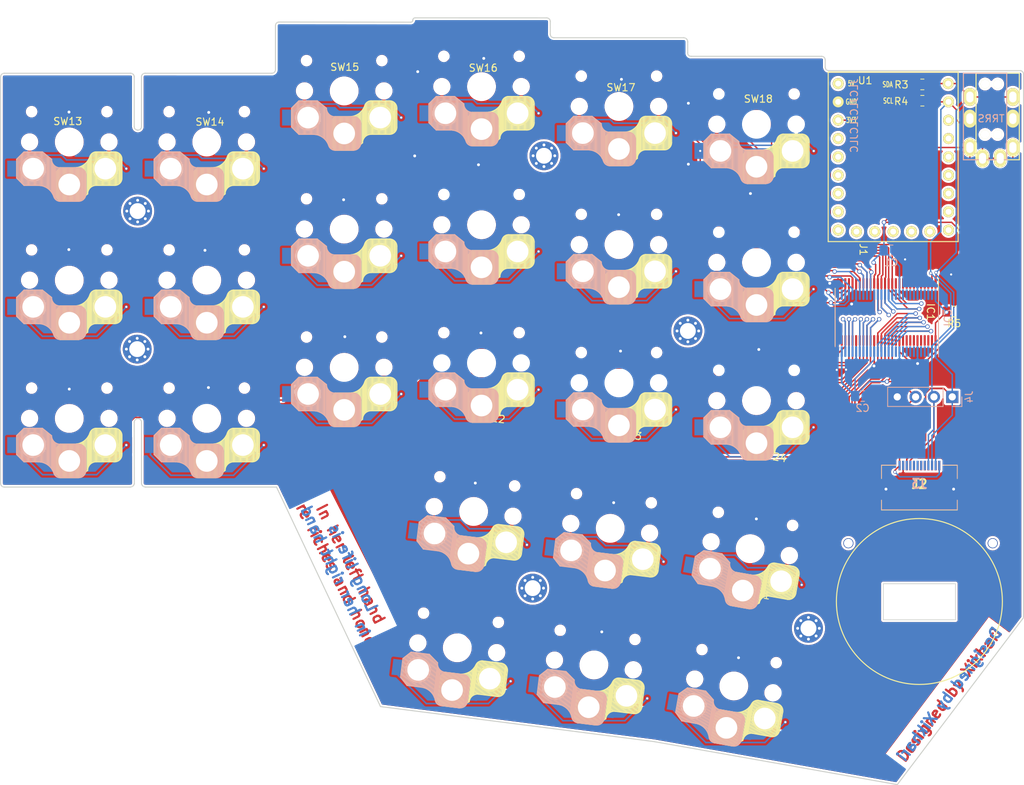
<source format=kicad_pcb>
(kicad_pcb (version 20211014) (generator pcbnew)
  (title_block (title "Corne Chocolate") (date "2018-11-17") (rev "2.1") (company "foostan"))
  (layers (0 "F.Cu" signal) (31 "B.Cu" signal) (34 "B.Paste" user) (35 "F.Paste" user) (36 "B.SilkS" user "B.Silkscreen") (37 "F.SilkS" user "F.Silkscreen") (38 "B.Mask" user) (39 "F.Mask" user) (44 "Edge.Cuts" user))
  (net 0 "")
  (net 1 "SDA0")
  (net 2 "SCL0")
  (net 3 "3r5")
  (net 4 "3r4")
  (net 5 "GND")
  (net 6 "VCC")
  (net 7 "3r3")
  (net 8 "3r2")
  (net 9 "3r1")
  (net 10 "3r0")
  (net 13 "0r5")
  (net 14 "0r4")
  (net 15 "0r3")
  (net 16 "0r2")
  (net 17 "0r1")
  (net 18 "0r0")
  (net 21 "reset")
  (net 22 "2r5")
  (net 23 "2r4")
  (net 24 "2r3")
  (net 25 "2r2")
  (net 26 "2r1")
  (net 27 "2r0")
  (net 30 "1r5")
  (net 31 "1r4")
  (net 32 "1r3")
  (net 33 "1r2")
  (net 34 "1r1")
  (net 35 "1r0")
  (net 43 "unconnected-(J2-Pad10)")
  (net 70 "unconnected-(J3-Pad10)")
  (net 71 "unconnected-(J3-Pad9)")
  (net 96 "unconnected-(U1-Pad13)")
  (footprint "User-defined-footprints:kbd-switches" (layer "F.Cu") (at 69.9 106.3875)
    (fp_text reference "SW1")
    (fp_text value "SW_PUSH")
  )
  (footprint "User-defined-footprints:kbd-switches" (layer "F.Cu") (at 88.95 106.3875)
    (fp_text reference "SW2")
    (fp_text value "SW_PUSH")
  )
  (footprint "User-defined-footprints:kbd-switches" (layer "F.Cu") (at 107.99 99.3075)
    (fp_text reference "SW3")
    (fp_text value "SW_PUSH")
  )
  (footprint "User-defined-footprints:kbd-switches" (layer "F.Cu") (at 127.02 98.7075)
    (fp_text reference "SW4")
    (fp_text value "SW_PUSH")
  )
  (footprint "User-defined-footprints:kbd-switches" (layer "F.Cu") (at 146.06 101.4575)
    (fp_text reference "SW5")
    (fp_text value "SW_PUSH")
  )
  (footprint "User-defined-footprints:kbd-switches" (layer "F.Cu") (at 165.12 103.9275)
    (fp_text reference "SW6")
    (fp_text value "SW_PUSH")
  )
  (footprint "User-defined-footprints:kbd-switches" (layer "F.Cu") (at 69.9 87.225)
    (fp_text reference "SW7")
    (fp_text value "SW_PUSH")
  )
  (footprint "User-defined-footprints:kbd-switches" (layer "F.Cu") (at 88.95 87.225)
    (fp_text reference "SW8")
    (fp_text value "SW_PUSH")
  )
  (footprint "User-defined-footprints:kbd-switches" (layer "F.Cu") (at 107.99 80.145)
    (fp_text reference "SW9")
    (fp_text value "SW_PUSH")
  )
  (footprint "User-defined-footprints:kbd-switches" (layer "F.Cu") (at 127.02 79.545)
    (fp_text reference "SW10")
    (fp_text value "SW_PUSH")
  )
  (footprint "User-defined-footprints:kbd-switches" (layer "F.Cu") (at 146.06 82.295)
    (fp_text reference "SW11")
    (fp_text value "SW_PUSH")
  )
  (footprint "User-defined-footprints:kbd-switches" (layer "F.Cu") (at 165.12 84.765)
    (fp_text reference "SW12")
    (fp_text value "SW_PUSH")
  )
  (footprint "User-defined-footprints:kbd-switches" (layer "F.Cu") (at 69.9 68.0625)
    (fp_text reference "SW13")
    (fp_text value "SW_PUSH")
  )
  (footprint "User-defined-footprints:kbd-switches" (layer "F.Cu") (at 88.95 68.0625)
    (fp_text reference "SW14")
    (fp_text value "SW_PUSH")
  )
  (footprint "User-defined-footprints:kbd-switches" (layer "F.Cu") (at 107.99 60.9825)
    (fp_text reference "SW15")
    (fp_text value "SW_PUSH")
  )
  (footprint "User-defined-footprints:kbd-switches" (layer "F.Cu") (at 127.02 60.3825)
    (fp_text reference "SW16")
    (fp_text value "SW_PUSH")
  )
  (footprint "User-defined-footprints:kbd-switches" (layer "F.Cu") (at 146.06 63.1325)
    (fp_text reference "SW17")
    (fp_text value "SW_PUSH")
  )
  (footprint "User-defined-footprints:kbd-switches" (layer "F.Cu") (at 165.12 65.6025)
    (fp_text reference "SW18")
    (fp_text value "SW_PUSH")
  )
  (footprint "User-defined-footprints:kbd-switches" (layer "F.Cu") (at 124.8276 138.2542 -7)
    (fp_text reference "SW19")
    (fp_text value "SW_PUSH")
  )
  (footprint "User-defined-footprints:kbd-switches" (layer "F.Cu") (at 143.7576 140.6342 -7)
    (fp_text reference "SW20")
    (fp_text value "SW_PUSH")
  )
  (footprint "User-defined-footprints:4-ring-jack-mr" (layer "F.Cu") (at 191.1375 74.4525 90)
    (fp_text reference "J1")
    (fp_text value "MJ-4PP-9")
  )
  (footprint "User-defined-footprints:kbd-switches" (layer "F.Cu") (at 163.6442 143.6131 -10)
    (fp_text reference "SW21")
    (fp_text value "SW_PUSH")
  )
  (footprint "User-defined-footprints:TSSOP-56_7x14mm_P0.5mm_mr" (layer "F.Cu") (at 192.7475 101.98 -90)
    (fp_text reference "IC1")
    (fp_text value "PCA9505")
  )
  (footprint "User-defined-footprints:rp2040-zero-mr" (layer "F.Cu") (at 175.1575 67.9475)
    (fp_text reference "U1")
    (fp_text value "waveshare-rp2040-zero")
  )
  (footprint "User-defined-footprints:kbd-switches" (layer "F.Cu") (at 165.91 124.58 -10)
    (fp_text reference "SW24")
    (fp_text value "SW_PUSH")
  )
  (footprint "kbd:M2_HOLE_v3" (layer "F.Cu") (at 79.47 87.22)
    (fp_text reference "")
    (fp_text value "")
  )
  (footprint "kbd:M2_HOLE_v3" (layer "F.Cu") (at 134.21 139.5)
    (fp_text reference "")
    (fp_text value "")
  )
  (footprint "kbd:M2_HOLE_v3" (layer "F.Cu") (at 135.77 79.55)
    (fp_text reference "")
    (fp_text value "")
  )
  (footprint "kbd:M2_HOLE_v3" (layer "F.Cu") (at 79.41 106.36)
    (fp_text reference "")
    (fp_text value "")
  )
  (footprint "Resistor_SMD:R_0805_2012Metric_Pad1.20x1.40mm_HandSolder" (layer "F.Cu") (at 188.2 69.66)
    (fp_text reference "R3")
    (fp_text value "1k")
  )
  (footprint "Resistor_SMD:R_0805_2012Metric_Pad1.20x1.40mm_HandSolder" (layer "F.Cu") (at 188.2 71.92)
    (fp_text reference "R4")
    (fp_text value "1k")
  )
  (footprint "kbd:M2_HOLE_v3" (layer "F.Cu") (at 155.71 103.84)
    (fp_text reference "")
    (fp_text value "")
  )
  (footprint "User-defined-footprints:kbd-switches" (layer "F.Cu") (at 146.0176 121.6842 -7)
    (fp_text reference "SW23")
    (fp_text value "SW_PUSH")
  )
  (footprint "kbd:M2_HOLE_v3" (layer "F.Cu") (at 172.42 145.07)
    (fp_text reference "")
    (fp_text value "")
  )
  (footprint "lib:FH12A12S05SH55" (layer "F.Cu") (at 187.79 125.77)
    (fp_text reference "J2")
    (fp_text value "FH12A-12S-0.5SH_55_" hide)
  )
  (footprint "Resistor_SMD:R_0805_2012Metric_Pad1.20x1.40mm_HandSolder" (layer "F.Cu") (at 192.6 101.15 180)
    (fp_text reference "R5")
    (fp_text value "1k")
  )
  (footprint "User-defined-footprints:kbd-switches" (layer "F.Cu") (at 127.0876 119.3442 -7)
    (fp_text reference "SW22")
    (fp_text value "SW_PUSH")
  )
  (footprint "Connector_PinHeader_2.54mm:PinHeader_1x04_P2.54mm_Vertical" (layer "B.Cu") (at 192.345 112.98 90)
    (fp_text reference "J4")
    (fp_text value "Conn_01x04_Male")
  )
  (footprint "Capacitor_SMD:C_0805_2012Metric_Pad1.18x1.45mm_HandSolder" (layer "B.Cu") (at 183.87 92.67)
    (fp_text reference "C1")
    (fp_text value "0.1uf")
  )
  (footprint "lib:FH12A12S05SH55" (layer "B.Cu") (at 187.79 125.73 180)
    (fp_text reference "J3")
    (fp_text value "FH12A-12S-0.5SH_55_" hide)
  )
  (footprint "User-defined-footprints:TSSOP-56_7x14mm_P0.5mm_mr" (layer "B.Cu") (at 192.7475 101.98 90)
    (fp_text reference "IC2")
    (fp_text value "PCA9505")
  )
  (footprint "Capacitor_SMD:C_0805_2012Metric_Pad1.18x1.45mm_HandSolder" (layer "B.Cu") (at 179.92 112.86)
    (fp_text reference "C2")
    (fp_text value "0.1uf")
  )
  (gr_circle (center 187.79 141.35) (end 199.29 141.35) (layer "F.SilkS") (width 0.15) (fill none))
  (gr_arc (start 61.01 125.48) (mid 60.636096 125.341137) (end 60.49 124.97) (layer "Edge.Cuts") (width 0.15))
  (gr_rect (start 182.79 138.89) (end 192.79 143.89) (layer "Edge.Cuts") (width 0.1) (fill none))
  (gr_line (start 201.818675 67.75) (end 175.24 67.75) (layer "Edge.Cuts") (width 0.15))
  (gr_line (start 174.24 65.76) (end 156.170917 65.759083) (layer "Edge.Cuts") (width 0.15))
  (gr_arc (start 80 68.61) (mid 80.146447 68.256447) (end 80.5 68.11) (layer "Edge.Cuts") (width 0.15))
  (gr_arc (start 80.55 125.48) (mid 80.197603 125.345264) (end 80.006447 125.02) (layer "Edge.Cuts") (width 0.15))
  (gr_line (start 202.22 68.29) (end 202.22 143.59) (layer "Edge.Cuts") (width 0.15))
  (gr_arc (start 136.146453 60.433548) (mid 136.500001 60.58) (end 136.646453 60.933548) (layer "Edge.Cuts") (width 0.15))
  (gr_line (start 80 75.5) (end 80 68.61) (layer "Edge.Cuts") (width 0.15))
  (gr_line (start 79.01 125.02) (end 79 116.5) (layer "Edge.Cuts") (width 0.15))
  (gr_arc (start 156.170917 65.759083) (mid 155.810918 65.624061) (end 155.69 65.259083) (layer "Edge.Cuts") (width 0.15))
  (gr_arc (start 78.5 68.11) (mid 78.853553 68.256447) (end 79 68.61) (layer "Edge.Cuts") (width 0.15))
  (gr_arc (start 201.818675 67.75) (mid 202.122713 67.943172) (end 202.22 68.29) (layer "Edge.Cuts") (width 0.15))
  (gr_line (start 113.12 155.92) (end 150.99 160.77) (layer "Edge.Cuts") (width 0.15))
  (gr_arc (start 60.49 68.61) (mid 60.636447 68.256447) (end 60.99 68.11) (layer "Edge.Cuts") (width 0.15))
  (gr_arc (start 98.57 61.51) (mid 98.709964 61.157065) (end 99.06 61.01) (layer "Edge.Cuts") (width 0.15))
  (gr_line (start 60.49 68.61) (end 60.49 124.97) (layer "Edge.Cuts") (width 0.15))
  (gr_line (start 98.71 125.48) (end 113.12 155.92) (layer "Edge.Cuts") (width 0.15))
  (gr_line (start 117.32 61.03) (end 99.06 61.01) (layer "Edge.Cuts") (width 0.15))
  (gr_arc (start 117.6 60.71) (mid 117.69066 60.527243) (end 117.87 60.43) (layer "Edge.Cuts") (width 0.15))
  (gr_arc (start 137.143553 63.186447) (mid 136.79 63.04) (end 136.643553 62.686447) (layer "Edge.Cuts") (width 0.15))
  (gr_line (start 98.57 61.51) (end 98.57 67.61) (layer "Edge.Cuts") (width 0.15))
  (gr_arc (start 98.57 67.61) (mid 98.423553 67.963553) (end 98.07 68.11) (layer "Edge.Cuts") (width 0.15))
  (gr_arc (start 79.5 76) (mid 79.146447 75.853553) (end 79 75.5) (layer "Edge.Cuts") (width 0.15))
  (gr_line (start 79 68.61) (end 79 75.5) (layer "Edge.Cuts") (width 0.15))
  (gr_line (start 155.162357 63.186447) (end 137.143553 63.186447) (layer "Edge.Cuts") (width 0.15))
  (gr_line (start 174.74 66.26) (end 174.74 67.28) (layer "Edge.Cuts") (width 0.15))
  (gr_arc (start 80 75.5) (mid 79.85646 75.85646) (end 79.5 76) (layer "Edge.Cuts") (width 0.15))
  (gr_arc (start 117.6 60.71) (mid 117.533612 60.93441) (end 117.32 61.03) (layer "Edge.Cuts") (width 0.15))
  (gr_arc (start 79 116.5) (mid 79.146447 116.146447) (end 79.5 116) (layer "Edge.Cuts") (width 0.15))
  (gr_line (start 184.73 166.74) (end 202.22 143.59) (layer "Edge.Cuts") (width 0.15))
  (gr_line (start 136.146453 60.433548) (end 117.87 60.43) (layer "Edge.Cuts") (width 0.15))
  (gr_line (start 136.643553 62.686447) (end 136.646453 60.933548) (layer "Edge.Cuts") (width 0.15))
  (gr_arc (start 175.24 67.75) (mid 174.89689 67.614053) (end 174.74 67.28) (layer "Edge.Cuts") (width 0.15))
  (gr_line (start 61.01 125.48) (end 78.4 125.48) (layer "Edge.Cuts") (width 0.15))
  (gr_arc (start 155.162357 63.186447) (mid 155.540214 63.368316) (end 155.69 63.76) (layer "Edge.Cuts") (width 0.15))
  (gr_line (start 150.99 160.77) (end 184.73 166.74) (layer "Edge.Cuts") (width 0.15))
  (gr_line (start 98.07 68.11) (end 80.5 68.11) (layer "Edge.Cuts") (width 0.15))
  (gr_arc (start 174.24 65.76) (mid 174.593553 65.906447) (end 174.74 66.26) (layer "Edge.Cuts") (width 0.15))
  (gr_line (start 78.5 68.11) (end 60.99 68.11) (layer "Edge.Cuts") (width 0.15))
  (gr_arc (start 79.5 116) (mid 79.860598 116.141241) (end 80.006447 116.5) (layer "Edge.Cuts") (width 0.15))
  (gr_line (start 98.71 125.48) (end 80.55 125.48) (layer "Edge.Cuts") (width 0.15))
  (gr_line (start 155.69 65.259083) (end 155.69 63.76) (layer "Edge.Cuts") (width 0.15))
  (gr_line (start 80.006447 116.5) (end 80.006447 125.02) (layer "Edge.Cuts") (width 0.15))
  (gr_arc (start 79.01 125.02) (mid 78.792958 125.36664) (end 78.4 125.48) (layer "Edge.Cuts") (width 0.15))
  (gr_text "Designed by Xikhari" (at 191.94 154.29 53) (layer "F.Cu") (effects (font (size 1.5 1.5) (thickness 0.3))))
  (gr_text "In her left hand \nare riches and honor.\n" (at 108.16 137.21 -63) (layer "F.Cu") (effects (font (size 1.5 1.5) (thickness 0.3))))
  (gr_text "Designed by Xikhari" (at 191.94 154.2 53) (layer "B.Cu") (effects (font (size 1.5 1.5) (thickness 0.3)) (justify mirror)))
  (gr_text "Long life is \nin her right hand" (at 107.97 136.64 -65) (layer "B.Cu") (effects (font (size 1.5 1.5) (thickness 0.3)) (justify mirror)))
  (gr_text "JLCJLCJLCJLC" (at 178.76 73.99 90) (layer "B.SilkS") (effects (font (size 1 1)) (justify mirror)))
  (via (at 177.95 133.27) (size 1.4) (drill 1.2) (layers "F.Cu" "B.Cu") (net 0))
  (via (at 197.95 133.27) (size 1.4) (drill 1.2) (layers "F.Cu" "B.Cu") (net 0))
  (segment (start 194.7875 71.6575) (end 194.7875 71.4025) (width 0.2) (layer "F.Cu") (net 1))
  (segment (start 191.195489 111.830489) (end 192.345 112.98) (width 0.2) (layer "F.Cu") (net 1))
  (segment (start 189.2 69.66) (end 189.3225 69.5375) (width 0.2) (layer "F.Cu") (net 1))
  (segment (start 186.04 122.52) (end 186.04 121.620978) (width 0.2) (layer "F.Cu") (net 1))
  (segment (start 189.3225 69.5375) (end 191.7775 69.5375) (width 0.2) (layer "F.Cu") (net 1))
  (segment (start 190.1 97.185) (end 190.0275 97.2575) (width 0.2) (layer "F.Cu") (net 1))
  (segment (start 188.655489 112.474511) (end 189.299511 111.830489) (width 0.2) (layer "F.Cu") (net 1))
  (segment (start 186.04 121.620978) (end 188.655489 119.005489) (width 0.2) (layer "F.Cu") (net 1))
  (segment (start 200.7375 71.4025) (end 194.7875 71.4025) (width 0.2) (layer "F.Cu") (net 1))
  (segment (start 190.1 95.75) (end 190.1 97.185) (width 0.2) (layer "F.Cu") (net 1))
  (segment (start 191.7775 69.5375) (end 192.9225 69.5375) (width 0.2) (layer "F.Cu") (net 1))
  (segment (start 188.655489 119.005489) (end 188.655489 112.474511) (width 0.2) (layer "F.Cu") (net 1))
  (segment (start 189.299511 111.830489) (end 191.195489 111.830489) (width 0.2) (layer "F.Cu") (net 1))
  (segment (start 192.9225 69.5375) (end 194.7875 71.4025) (width 0.2) (layer "F.Cu") (net 1))
  (via (at 190.1 95.75) (size 0.45) (drill 0.3) (layers "F.Cu" "B.Cu") (net 1))
  (segment (start 190.0275 106.7025) (end 190.0275 106.000355) (width 0.2) (layer "B.Cu") (net 1))
  (segment (start 190.137503 96.052497) (end 190.1 96.014994) (width 0.2) (layer "B.Cu") (net 1))
  (segment (start 190.1 96.014994) (end 190.1 95.75) (width 0.2) (layer "B.Cu") (net 1))
  (segment (start 192.345 115.515) (end 192.345 109.875) (width 0.2) (layer "B.Cu") (net 1))
  (segment (start 190.1 95.75) (end 192.889011 92.960989) (width 0.2) (layer "B.Cu") (net 1))
  (segment (start 192.889011 73.300989) (end 194.7875 71.4025) (width 0.2) (layer "B.Cu") (net 1))
  (segment (start 190.0275 107.5575) (end 190.0275 106.7025) (width 0.2) (layer "B.Cu") (net 1))
  (segment (start 189.54 122.48) (end 189.54 118.32) (width 0.2) (layer "B.Cu") (net 1))
  (segment (start 192.539519 98.454513) (end 190.137503 96.052497) (width 0.2) (layer "B.Cu") (net 1))
  (segment (start 190.0275 106.7025) (end 190.03 106.705) (width 0.2) (layer "B.Cu") (net 1))
  (segment (start 192.345 109.875) (end 192.345 112.98) (width 0.2) (layer "B.Cu") (net 1))
  (segment (start 192.345 109.875) (end 190.0275 107.5575) (width 0.2) (layer "B.Cu") (net 1))
  (segment (start 192.889011 92.960989) (end 192.889011 73.300989) (width 0.2) (layer "B.Cu") (net 1))
  (segment (start 190.0275 106.000355) (end 192.53952 103.488335) (width 0.2) (layer "B.Cu") (net 1))
  (segment (start 192.53952 103.488335) (end 192.539519 98.454513) (width 0.2) (layer "B.Cu") (net 1))
  (segment (start 189.54 118.32) (end 192.345 115.515) (width 0.2) (layer "B.Cu") (net 1))
  (segment (start 186.54 122.52) (end 186.54 121.759022) (width 0.2) (layer "F.Cu") (net 2))
  (segment (start 189.5275 97.2575) (end 189.48 97.21) (width 0.2) (layer "F.Cu") (net 2))
  (segment (start 186.54 121.759022) (end 189.805 118.494022) (width 0.2) (layer "F.Cu") (net 2))
  (segment (start 195.069334 76.71) (end 192.889011 74.529677) (width 0.2) (layer "F.Cu") (net 2))
  (segment (start 196.5375 78.162189) (end 196.5375 79.9025) (width 0.2) (layer "F.Cu") (net 2))
  (segment (start 195.085311 76.71) (end 196.5375 78.162189) (width 0.2) (layer "F.Cu") (net 2))
  (segment (start 192.889011 74.529677) (end 192.889011 73.139011) (width 0.2) (layer "F.Cu") (net 2))
  (segment (start 198.9875 79.9025) (end 196.5375 79.9025) (width 0.2) (layer "F.Cu") (net 2))
  (segment (start 189.5275 96.0075) (end 189.35 95.83) (width 0.2) (layer "F.Cu") (net 2))
  (segment (start 189.3575 72.0775) (end 191.8275 72.0775) (width 0.2) (layer "F.Cu") (net 2))
  (segment (start 189.5275 97.2575) (end 189.5275 96.0075) (width 0.2) (layer "F.Cu") (net 2))
  (segment (start 189.805 118.494022) (end 189.805 112.98) (width 0.2) (layer "F.Cu") (net 2))
  (segment (start 189.2 71.92) (end 189.3575 72.0775) (width 0.2) (layer "F.Cu") (net 2))
  (segment (start 195.085311 76.71) (end 195.069334 76.71) (width 0.2) (layer "F.Cu") (net 2))
  (segment (start 192.889011 73.139011) (end 191.8275 72.0775) (width 0.2) (layer "F.Cu") (net 2))
  (via (at 189.35 95.83) (size 0.45) (drill 0.3) (layers "F.Cu" "B.Cu") (net 2))
  (segment (start 189.04 118.25) (end 189.805 117.485) (width 0.2) (layer "B.Cu") (net 2))
  (segment (start 189.5275 106.7025) (end 189.5275 112.7025) (width 0.2) (layer "B.Cu") (net 2))
  (segment (start 189.5275 112.7025) (end 189.805 112.98) (width 0.2) (layer "B.Cu") (net 2))
  (segment (start 190.765989 73.139011) (end 191.8275 72.0775) (width 0.2) (layer "B.Cu") (net 2))
  (segment (start 189.5275 105.935349) (end 192.14 103.322849) (width 0.2) (layer "B.Cu") (net 2))
  (segment (start 189.805 117.485) (end 189.805 112.98) (width 0.2) (layer "B.Cu") (net 2))
  (segment (start 189.35 91.456204) (end 190.765989 90.040215) (width 0.2) (layer "B.Cu") (net 2))
  (segment (start 189.04 122.48) (end 189.04 118.25) (width 0.2) (layer "B.Cu") (net 2))
  (segment (start 189.35 95.83) (end 189.35 91.456204) (width 0.2) (layer "B.Cu") (net 2))
  (segment (start 190.765989 90.040215) (end 190.765989 73.139011) (width 0.2) (layer "B.Cu") (net 2))
  (segment (start 189.5275 106.7025) (end 189.5275 105.935349) (width 0.2) (layer "B.Cu") (net 2))
  (segment (start 192.14 103.322849) (end 192.14 98.62) (width 0.2) (layer "B.Cu") (net 2))
  (segment (start 192.14 98.62) (end 189.35 95.83) (width 0.2) (layer "B.Cu") (net 2))
  (segment (start 181.0275 105.1575) (end 181.01 105.175) (width 0.2) (layer "F.Cu") (net 3))
  (segment (start 113.04 134.116243) (end 131.150154 152.226397) (width 0.2) (layer "F.Cu") (net 3))
  (segment (start 139.91 121.3) (end 136.67 118.06) (width 0.2) (layer "F.Cu") (net 3))
  (segment (start 176.861302 112.493716) (end 176.861302 117.691302) (width 0.2) (layer "F.Cu") (net 3))
  (segment (start 131.150154 152.226397) (end 131.150154 152.405205) (width 0.2) (layer "F.Cu") (net 3))
  (segment (start 181.0275 105.1575) (end 181.0275 103.4025) (width 0.2) (layer "F.Cu") (net 3))
  (segment (start 173.252604 121.3) (end 139.91 121.3) (width 0.2) (layer "F.Cu") (net 3))
  (segment (start 181.01 108.345018) (end 176.861302 112.493716) (width 0.2) (layer "F.Cu") (net 3))
  (segment (start 176.861302 117.691302) (end 173.252604 121.3) (width 0.2) (layer "F.Cu") (net 3))
  (segment (start 181.0275 103.4025) (end 182.21 102.22) (width 0.2) (layer "F.Cu") (net 3))
  (segment (start 181.01 105.175) (end 181.01 108.345018) (width 0.2) (layer "F.Cu") (net 3))
  (segment (start 136.67 118.06) (end 118.95 118.06) (width 0.2) (layer "F.Cu") (net 3))
  (segment (start 113.04 123.97) (end 113.04 134.116243) (width 0.2) (layer "F.Cu") (net 3))
  (segment (start 118.95 118.06) (end 113.04 123.97) (width 0.2) (layer "F.Cu") (net 3))
  (via (at 131.150154 152.405205) (size 0.45) (drill 0.3) (layers "F.Cu" "B.Cu") (net 3))
  (via (at 182.21 102.22) (size 0.6) (drill 0.4) (layers "F.Cu" "B.Cu") (net 3))
  (segment (start 115.567179 150.491856) (end 115.567179 151.600117) (width 0.2) (layer "B.Cu") (net 3))
  (segment (start 181.0275 103.4025) (end 181.0275 106.7025) (width 0.2) (layer "B.Cu") (net 3))
  (segment (start 128.054799 155.50056) (end 131.150154 152.405205) (width 0.2) (layer "B.Cu") (net 3))
  (segment (start 182.21 102.22) (end 181.0275 103.4025) (width 0.2) (layer "B.Cu") (net 3))
  (segment (start 115.567179 151.600117) (end 119.467622 155.50056) (width 0.2) (layer "B.Cu") (net 3))
  (segment (start 119.467622 155.50056) (end 128.054799 155.50056) (width 0.2) (layer "B.Cu") (net 3))
  (segment (start 150.080154 154.785205) (end 150.080154 154.553939) (width 0.2) (layer "F.Cu") (net 4))
  (segment (start 182.097854 108.941083) (end 182.097854 107.942854) (width 0.2) (layer "F.Cu") (net 4))
  (segment (start 181.74667 109.292267) (end 182.097854 108.941083) (width 0.2) (layer "F.Cu") (net 4))
  (segment (start 136.483802 118.50952) (end 139.723803 121.74952) (width 0.2) (layer "F.Cu") (net 4))
  (segment (start 113.48952 124.156198) (end 119.136198 118.50952) (width 0.2) (layer "F.Cu") (net 4))
  (segment (start 141.746215 146.22) (end 125.779475 146.22) (width 0.2) (layer "F.Cu") (net 4))
  (segment (start 182.0275 105.1575) (end 182.0275 104.130325) (width 0.2) (layer "F.Cu") (net 4))
  (segment (start 139.723803 121.74952) (end 173.36809 121.74952) (width 0.2) (layer "F.Cu") (net 4))
  (segment (start 182.097854 107.942854) (end 182.0275 107.8725) (width 0.2) (layer "F.Cu") (net 4))
  (segment (start 184.729809 101.428016) (end 187.271233 101.428016) (width 0.2) (layer "F.Cu") (net 4))
  (segment (start 182.0275 107.8725) (end 182.0275 105.1575) (width 0.2) (layer "F.Cu") (net 4))
  (segment (start 182.0275 104.130325) (end 184.729809 101.428016) (width 0.2) (layer "F.Cu") (net 4))
  (segment (start 180.627757 109.292267) (end 181.74667 109.292267) (width 0.2) (layer "F.Cu") (net 4))
  (segment (start 177.260822 112.659202) (end 180.627757 109.292267) (width 0.2) (layer "F.Cu") (net 4))
  (segment (start 182.0275 107.892524) (end 182.0275 107.8725) (width 0.2) (layer "F.Cu") (net 4))
  (segment (start 113.48952 133.930045) (end 113.48952 124.156198) (width 0.2) (layer "F.Cu") (net 4))
  (segment (start 150.080154 154.553939) (end 141.746215 146.22) (width 0.2) (layer "F.Cu") (net 4))
  (segment (start 125.779475 146.22) (end 113.48952 133.930045) (width 0.2) (layer "F.Cu") (net 4))
  (segment (start 173.36809 121.74952) (end 177.260822 117.856788) (width 0.2) (layer "F.Cu") (net 4))
  (segment (start 177.260822 117.856788) (end 177.260822 112.659202) (width 0.2) (layer "F.Cu") (net 4))
  (segment (start 119.136198 118.50952) (end 136.483802 118.50952) (width 0.2) (layer "F.Cu") (net 4))
  (via (at 150.080154 154.785205) (size 0.45) (drill 0.3) (layers "F.Cu" "B.Cu") (net 4))
  (via (at 187.271233 101.428016) (size 0.6) (drill 0.4) (layers "F.Cu" "B.Cu") (net 4))
  (segment (start 134.497179 153.980117) (end 138.397622 157.88056) (width 0.2) (layer "B.Cu") (net 4))
  (segment (start 138.397622 157.88056) (end 146.984799 157.88056) (width 0.2) (layer "B.Cu") (net 4))
  (segment (start 182.0275 105.675325) (end 182.0275 106.7025) (width 0.2) (layer "B.Cu") (net 4))
  (segment (start 146.984799 157.88056) (end 150.080154 154.785205) (width 0.2) (layer "B.Cu") (net 4))
  (segment (start 134.497179 152.871856) (end 134.497179 153.980117) (width 0.2) (layer "B.Cu") (net 4))
  (segment (start 186.274809 101.428016) (end 182.0275 105.675325) (width 0.2) (layer "B.Cu") (net 4))
  (segment (start 187.271233 101.428016) (end 186.274809 101.428016) (width 0.2) (layer "B.Cu") (net 4))
  (segment (start 176.37 109.21) (end 176.34 109.24) (width 0.2) (layer "F.Cu") (net 5))
  (segment (start 185.0275 97.2575) (end 185.0275 95.8725) (width 0.2) (layer "F.Cu") (net 5))
  (segment (start 192.09 95.99) (end 192.17 95.99) (width 0.2) (layer "F.Cu") (net 5))
  (segment (start 185.54 122.52) (end 185.54 123.419022) (width 0.2) (layer "F.Cu") (net 5))
  (segment (start 181.5275 105.1575) (end 181.5275 108.663599) (width 0.2) (layer "F.Cu") (net 5))
  (segment (start 185.54 123.419022) (end 183.189022 125.77) (width 0.2) (layer "F.Cu") (net 5))
  (segment (start 192.44 125.77) (end 192.53 125.77) (width 0.25) (layer "F.Cu") (net 5))
  (segment (start 178.401585 98.650566) (end 178.401585 100.108394) (width 0.2) (layer "F.Cu") (net 5))
  (segment (start 177.745006 109.21) (end 177.63 109.21) (width 0.2) (layer "F.Cu") (net 5))
  (segment (start 177.0275 97.2575) (end 176.5275 97.2575) (width 0.2) (layer "F.Cu") (net 5))
  (segment (start 187.5275 97.2575) (end 187.5275 95.7175) (width 0.2) (layer "F.Cu") (net 5))
  (segment (start 192.17 95.99) (end 192.19 96.01) (width 0.2) (layer "F.Cu") (net 5))
  (segment (start 187.5275 105.1575) (end 187.5275 108.3475) (width 0.2) (layer "F.Cu") (net 5))
  (segment (start 187.5275 108.3475) (end 187.54 108.36) (width 0.2) (layer "F.Cu") (net 5))
  (segment (start 177.63 109.21) (end 176.37 109.21) (width 0.2) (layer "F.Cu") (net 5))
  (segment (start 179.0275 97.2575) (end 179.0275 98.024651) (width 0.2) (layer "F.Cu") (net 5))
  (segment (start 176.5 97.23) (end 176.5275 97.2575) (width 0.2) (layer "F.Cu") (net 5))
  (segment (start 175.37 97.23) (end 176.5 97.23) (width 0.2) (layer "F.Cu") (net 5))
  (segment (start 179.0275 107.927506) (end 177.745006 109.21) (width 0.2) (layer "F.Cu") (net 5))
  (segment (start 181.5275 108.663599) (end 181.498343 108.692756) (width 0.2) (layer "F.Cu") (net 5))
  (segment (start 179.0275 98.024651) (end 178.401585 98.650566) (width 0.2) (layer "F.Cu") (net 5))
  (segment (start 179.0275 105.1575) (end 179.0275 107.927506) (width 0.2) (layer "F.Cu") (net 5))
  (segment (start 185.54 94.17) (end 185.79 93.92) (width 0.2) (layer "F.Cu") (net 5))
  (segment (start 185.79 93.92) (end 185.81 93.92) (width 0.2) (layer "F.Cu") (net 5))
  (segment (start 183.189022 125.77) (end 183.16 125.77) (width 0.2) (layer "F.Cu") (net 5))
  (via (at 183.16 125.77) (size 0.6) (drill 0.4) (layers "F.Cu" "B.Cu") (net 5))
  (via (at 70 111.9) (size 0.6) (drill 0.4) (layers "F.Cu" "B.Cu") (net 5))
  (via (at 89.28 111.69) (size 0.6) (drill 0.4) (layers "F.Cu" "B.Cu") (net 5))
  (via (at 176.34 109.24) (size 0.45) (drill 0.3) (layers "F.Cu" "B.Cu") (net 5))
  (via (at 88.8 92.66) (size 0.6) (drill 0.4) (layers "F.Cu" "B.Cu") (net 5))
  (via (at 146.12 87.72) (size 0.6) (drill 0.4) (layers "F.Cu" "B.Cu") (net 5))
  (via (at 187.54 108.36) (size 0.6) (drill 0.4) (layers "F.Cu" "B.Cu") (net 5))
  (via (at 185.81 93.92) (size 0.45) (drill 0.3) (layers "F.Cu" "B.Cu") (net 5))
  (via (at 162.73 149.15) (size 0.6) (drill 0.4) (layers "F.Cu" "B.Cu") (net 5))
  (via (at 127.041395 104.11904) (size 0.6) (drill 0.4) (layers "F.Cu" "B.Cu") (net 5))
  (via (at 146.507758 68.94981) (size 0.6) (drill 0.4) (layers "F.Cu" "B.Cu") (net 5))
  (via (at 178.401585 100.108394) (size 0.6) (drill 0.4) (layers "F.Cu" "B.Cu") (net 5))
  (via (at 155.78 80.72) (size 0.6) (drill 0.4) (layers "F.Cu" "B.Cu") (net 5))
  (via (at 108.01 85.65) (size 0.6) (drill 0.4) (layers "F.Cu" "B.Cu") (net 5))
  (via (at 127.430722 66.051485) (size 0.6) (drill 0.4) (layers "F.Cu" "B.Cu") (net 5))
  (via (at 165.54 106.41) (size 0.6) (drill 0.4) (layers "F.Cu" "B.Cu") (net 5))
  (via (at 177.63 109.21) (size 0.45) (drill 0.3) (layers "F.Cu" "B.Cu") (net 5))
  (via (at 69.96 73.49) (size 0.6) (drill 0.4) (layers "F.Cu" "B.Cu") (net 5))
  (via (at 89.32 73.54) (size 0.6) (drill 0.4) (layers "F.Cu" "B.Cu") (net 5))
  (via (at 165.2 129.9) (size 0.6) (drill 0.4) (layers "F.Cu" "B.Cu") (net 5))
  (via (at 117.86 79.57) (size 0.6) (drill 0.4) (layers "F.Cu" "B.Cu") (net 5))
  (via (at 108.18 104.64) (size 0.6) (drill 0.4) (layers "F.Cu" "B.Cu") (net 5))
  (via (at 175.37 97.23) (size 0.6) (drill 0.4) (layers "F.Cu" "B.Cu") (net 5))
  (via (at 145.43 127.65) (size 0.6) (drill 0.4) (layers "F.Cu" "B.Cu") (net 5))
  (via (at 192.19 96.01) (size 0.45) (drill 0.3) (layers "F.Cu" "B.Cu") (net 5))
  (via (at 181.498343 108.692756) (size 0.6) (drill 0.4) (layers "F.Cu" "B.Cu") (net 5))
  (via (at 69.94 92.56) (size 0.6) (drill 0.4) (layers "F.Cu" "B.Cu") (net 5))
  (via (at 126.26 124.93) (size 0.6) (drill 0.4) (layers "F.Cu" "B.Cu") (net 5))
  (via (at 146.38 106.63) (size 0.6) (drill 0.4) (layers "F.Cu" "B.Cu") (net 5))
  (via (at 126.7 80.8) (size 0.6) (drill 0.4) (layers "F.Cu" "B.Cu") (net 5))
  (via (at 164.38 84.79) (size 0.6) (drill 0.4) (layers "F.Cu" "B.Cu") (net 5))
  (via (at 155.78 72.27) (size 0.6) (drill 0.4) (layers "F.Cu" "B.Cu") (net 5))
  (via (at 143.78 145.56) (size 0.6) (drill 0.4) (layers "F.Cu" "B.Cu") (net 5))
  (via (at 118.28 67.89) (size 0.6) (drill 0.4) (layers "F.Cu" "B.Cu") (net 5))
  (via (at 192.53 125.77) (size 0.6) (drill 0.4) (layers "F.Cu" "B.Cu") (net 5))
  (segment (start 181.5275 99.569651) (end 181.173575 99.923576) (width 0.2) (layer "B.Cu") (net 5))
  (segment (start 181.5275 98.8025) (end 181.5275 99.569651) (width 0.2) (layer "B.Cu") (net 5))
  (segment (start 183.14 125.73) (end 183.14 125.75) (width 0.25) (layer "B.Cu") (net 5))
  (segment (start 175.39952 100.63952) (end 174.33 99.57) (width 0.2) (layer "B.Cu") (net 5))
  (segment (start 177.957631 100.63952) (end 175.39952 100.63952) (width 0.2) (layer "B.Cu") (net 5))
  (segment (start 179.0275 99.569651) (end 178.673576 99.923576) (width 0.2) (layer "B.Cu") (net 5))
  (segment (start 181.173575 99.923576) (end 178.673576 99.923576) (width 0.2) (layer "B.Cu") (net 5))
  (segment (start 187.5275 98.8025) (end 187.5275 97.3175) (width 0.2) (layer "B.Cu") (net 5))
  (segment (start 187.54 108.36) (end 187.54 106.715) (width 0.2) (layer "B.Cu") (net 5))
  (segment (start 190.04 122.48) (end 190.04 121.26) (width 0.2) (layer "B.Cu") (net 5))
  (segment (start 187.54 106.715) (end 187.5275 106.7025) (width 0.2) (layer "B.Cu") (net 5))
  (segment (start 179.0275 98.8025) (end 179.0275 99.569651) (width 0.2) (layer "B.Cu") (net 5))
  (segment (start 185.0275 106.7025) (end 185.0275 107.9475) (width 0.2) (layer "B.Cu") (net 5))
  (segment (start 178.673576 99.923576) (end 177.957631 100.63952) (width 0.2) (layer "B.Cu") (net 5))
  (segment (start 179.0275 107.8125) (end 177.63 109.21) (width 0.2) (layer "B.Cu") (net 5))
  (segment (start 175.37 97.645) (end 175.37 97.23) (width 0.2) (layer "B.Cu") (net 5))
  (segment (start 179.0275 106.7025) (end 179.0275 107.8125) (width 0.2) (layer "B.Cu") (net 5))
  (segment (start 176.5275 98.8025) (end 175.37 97.645) (width 0.2) (layer "B.Cu") (net 5))
  (segment (start 183.14 125.75) (end 183.16 125.77) (width 0.25) (layer "B.Cu") (net 5))
  (segment (start 200.7375 78.4025) (end 200.7375 80.107456) (width 0.2) (layer "F.Cu") (net 6))
  (segment (start 184.4 123.16) (end 185.04 122.52) (width 0.2) (layer "F.Cu") (net 6))
  (segment (start 193.6 103.16) (end 193.6 101.15) (width 0.2) (layer "F.Cu") (net 6))
  (segment (start 185.0275 106.695338) (end 187.231081 108.898919) (width 0.2) (layer "F.Cu") (net 6))
  (segment (start 196.02202 81.40202) (end 194.7875 80.1675) (width 0.2) (layer "F.Cu") (net 6))
  (segment (start 185.82 74.6433) (end 187.2 73.2633) (width 0.2) (layer "F.Cu") (net 6))
  (segment (start 193.6 101.15) (end 193.95 100.8) (width 0.2) (layer "F.Cu") (net 6))
  (segment (start 185.04 115.205) (end 187.265 112.98) (width 0.2) (layer "F.Cu") (net 6))
  (segment (start 185.04 122.52) (end 185.04 115.205) (width 0.2) (layer "F.Cu") (net 6))
  (segment (start 176.5375 74.6175) (end 185.7942 74.6175) (width 0.2) (layer "F.Cu") (net 6))
  (segment (start 185.247864 108.898919) (end 187.231081 108.898919) (width 0.2) (layer "F.Cu") (net 6))
  (segment (start 193.81 92.74) (end 193.81 90.338796) (width 0.2) (layer "F.Cu") (net 6))
  (segment (start 185.0275 105.1575) (end 185.0275 106.695338) (width 0.2) (layer "F.Cu") (net 6))
  (segment (start 188.11 88.78) (end 182.88 88.78) (width 0.2) (layer "F.Cu") (net 6))
  (segment (start 185.82 76.71) (end 185.82 85.84) (width 0.2) (layer "F.Cu") (net 6))
  (segment (start 193.6 92.95) (end 193.81 92.74) (width 0.2) (layer "F.Cu") (net 6))
  (segment (start 187.2 73.2633) (end 187.2 71.92) (width 0.2) (layer "F.Cu") (net 6))
  (segment (start 187.231081 108.898919) (end 187.332162 109) (width 0.2) (layer "F.Cu") (net 6))
  (segment (start 194.7875 78.4025) (end 187.5125 78.4025) (width 0.2) (layer "F.Cu") (net 6))
  (segment (start 183.288392 110.858391) (end 185.143391 110.858391) (width 0.2) (layer "F.Cu") (net 6))
  (segment (start 184.4 123.39) (end 184.4 123.16) (width 0.2) (layer "F.Cu") (net 6))
  (segment (start 181.5275 97.2575) (end 181.5275 96.2025) (width 0.2) (layer "F.Cu") (net 6))
  (segment (start 185.82 76.71) (end 185.82 74.6433) (width 0.2) (layer "F.Cu") (net 6))
  (segment (start 187.76 109) (end 193.6 103.16) (width 0.2) (layer "F.Cu") (net 6))
  (segment (start 187.332162 109) (end 187.76 109) (width 0.2) (layer "F.Cu") (net 6))
  (segment (start 200.7375 80.107456) (end 199.442936 81.40202) (width 0.2) (layer "F.Cu") (net 6))
  (segment (start 181.73 95.914994) (end 181.73 94.63) (width 0.2) (layer "F.Cu") (net 6))
  (segment (start 185.143391 110.858391) (end 187.265 112.98) (width 0.2) (layer "F.Cu") (net 6))
  (segment (start 193.81 90.338796) (end 192.251204 88.78) (width 0.2) (layer "F.Cu") (net 6))
  (segment (start 199.442936 81.40202) (end 196.02202 81.40202) (width 0.2) (layer "F.Cu") (net 6))
  (segment (start 183.288392 110.858391) (end 185.247864 108.898919) (width 0.2) (layer "F.Cu") (net 6))
  (segment (start 185.7942 74.6175) (end 185.82 74.6433) (width 0.2) (layer "F.Cu") (net 6))
  (segment (start 187.5125 78.4025) (end 185.82 76.71) (width 0.2) (layer "F.Cu") (net 6))
  (segment (start 192.251204 88.78) (end 188.11 88.78) (width 0.2) (layer "F.Cu") (net 6))
  (segment (start 187.2 69.66) (end 187.2 71.92) (width 0.2) (layer "F.Cu") (net 6))
  (segment (start 181.5275 96.2025) (end 181.62798 96.10202) (width 0.2) (layer "F.Cu") (net 6))
  (segment (start 181.73 94.63) (end 181.45 94.35) (width 0.2) (layer "F.Cu") (net 6))
  (segment (start 181.62798 96.017014) (end 181.73 95.914994) (width 0.2) (layer "F.Cu") (net 6))
  (segment (start 181.62798 96.10202) (end 181.62798 96.017014) (width 0.2) (layer "F.Cu") (net 6))
  (segment (start 185.82 85.84) (end 182.88 88.78) (width 0.2) (layer "F.Cu") (net 6))
  (segment (start 193.6 101.15) (end 193.6 92.95) (width 0.2) (layer "F.Cu") (net 6))
  (segment (start 194.7875 80.1675) (end 194.7875 78.4025) (width 0.2) (layer "F.Cu") (net 6))
  (via (at 184.4 123.39) (size 0.45) (drill 0.3) (layers "F.Cu" "B.Cu") (net 6))
  (via (at 182.88 88.78) (size 0.6) (drill 0.4) (layers "F.Cu" "B.Cu") (net 6))
  (via (at 183.288392 110.858391) (size 0.6) (drill 0.4) (layers "F.Cu" "B.Cu") (net 6))
  (via (at 181.45 94.35) (size 0.6) (drill 0.4) (layers "F.Cu" "B.Cu") (net 6))
  (segment (start 181.45 94.0525) (end 182.8325 92.67) (width 0.2) (layer "B.Cu") (net 6))
  (segment (start 181.5275 107.815761) (end 181.5275 106.7025) (width 0.2) (layer "B.Cu") (net 6))
  (segment (start 178.8825 112.86) (end 180.884109 110.858391) (width 0.2) (layer "B.Cu") (net 6))
  (segment (start 178.8825 112.86) (end 178.8825 110.460761) (width 0.2) (layer "B.Cu") (net 6))
  (segment (start 185.07 124.06) (end 184.4 123.39) (width 0.2) (layer "B.Cu") (net 6))
  (segment (start 177.0275 106.7025) (end 177.0275 111.005) (width 0.25) (layer "B.Cu") (net 6))
  (segment (start 181.45 94.35) (end 181.45 94.0525) (width 0.2) (layer "B.Cu") (net 6))
  (segment (start 190.54 122.48) (end 190.54 123.67) (width 0.2) (layer "B.Cu") (net 6))
  (segment (start 177.0275 111.005) (end 178.8825 112.86) (width 0.25) (layer "B.Cu") (net 6))
  (segment (start 190.54 123.67) (end 190.15 124.06) (width 0.2) (layer "B.Cu") (net 6))
  (segment (start 180.884109 110.858391) (end 183.288392 110.858391) (width 0.2) (layer "B.Cu") (net 6))
  (segment (start 185.0275 94.865) (end 182.8325 92.67) (width 0.2) (layer "B.Cu") (net 6))
  (segment (start 178.8825 110.460761) (end 181.5275 107.815761) (width 0.2) (layer "B.Cu") (net 6))
  (segment (start 190.15 124.06) (end 185.07 124.06) (width 0.2) (layer "B.Cu") (net 6))
  (segment (start 185.0275 98.8025) (end 185.0275 94.865) (width 0.2) (layer "B.Cu") (net 6))
  (segment (start 182.88 92.6225) (end 182.8325 92.67) (width 0.2) (layer "B.Cu") (net 6))
  (segment (start 182.88 88.78) (end 182.88 92.6225) (width 0.2) (layer "B.Cu") (net 6))
  (segment (start 182.5275 105.1575) (end 182.5275 104.195331) (width 0.2) (layer "F.Cu") (net 7))
  (segment (start 113.93904 133.743847) (end 113.93904 124.342396) (width 0.2) (layer "F.Cu") (net 7))
  (segment (start 169.217482 158.075608) (end 169.217482 153.933658) (width 0.2) (layer "F.Cu") (net 7))
  (segment (start 158.646783 143.362959) (end 123.558152 143.362959) (width 0.2) (layer "F.Cu") (net 7))
  (segment (start 180.757515 109.727515) (end 181.876428 109.727515) (width 0.2) (layer "F.Cu") (net 7))
  (segment (start 177.660342 112.824688) (end 180.757515 109.727515) (width 0.2) (layer "F.Cu") (net 7))
  (segment (start 123.558152 143.362959) (end 113.93904 133.743847) (width 0.2) (layer "F.Cu") (net 7))
  (segment (start 119.322396 118.95904) (end 136.297604 118.95904) (width 0.2) (layer "F.Cu") (net 7))
  (segment (start 113.93904 124.342396) (end 119.322396 118.95904) (width 0.2) (layer "F.Cu") (net 7))
  (segment (start 136.297604 118.95904) (end 139.537606 122.19904) (width 0.2) (layer "F.Cu") (net 7))
  (segment (start 169.217482 153.933658) (end 158.646783 143.362959) (width 0.2) (layer "F.Cu") (net 7))
  (segment (start 182.5275 109.076443) (end 182.5275 105.1575) (width 0.2) (layer "F.Cu") (net 7))
  (segment (start 139.537606 122.19904) (end 173.49096 122.19904) (width 0.2) (layer "F.Cu") (net 7))
  (segment (start 184.695315 102.027516) (end 187.85148 102.027516) (width 0.2) (layer "F.Cu") (net 7))
  (segment (start 173.49096 122.19904) (end 177.660342 118.029658) (width 0.2) (layer "F.Cu") (net 7))
  (segment (start 182.5275 104.195331) (end 184.695315 102.027516) (width 0.2) (layer "F.Cu") (net 7))
  (segment (start 177.660342 118.029658) (end 177.660342 112.824688) (width 0.2) (layer "F.Cu") (net 7))
  (segment (start 181.876428 109.727515) (end 182.5275 109.076443) (width 0.2) (layer "F.Cu") (net 7))
  (via (at 169.217482 158.075608) (size 0.45) (drill 0.3) (layers "F.Cu" "B.Cu") (net 7))
  (via (at 187.85148 102.027516) (size 0.6) (drill 0.4) (layers "F.Cu" "B.Cu") (net 7))
  (segment (start 182.47702 106.65202) (end 182.5275 106.7025) (width 0.2) (layer "B.Cu") (net 7))
  (segment (start 153.756001 155.349332) (end 153.756001 156.466301) (width 0.2) (layer "B.Cu") (net 7))
  (segment (start 166.389783 160.903307) (end 169.217482 158.075608) (width 0.2) (layer "B.Cu") (net 7))
  (segment (start 153.756001 156.466301) (end 158.193007 160.903307) (width 0.2) (layer "B.Cu") (net 7))
  (segment (start 187.85148 102.027516) (end 186.240315 102.027516) (width 0.2) (layer "B.Cu") (net 7))
  (segment (start 182.47702 105.790811) (end 182.47702 106.65202) (width 0.2) (layer "B.Cu") (net 7))
  (segment (start 186.240315 102.027516) (end 182.47702 105.790811) (width 0.2) (layer "B.Cu") (net 7))
  (segment (start 158.193007 160.903307) (end 166.389783 160.903307) (width 0.2) (layer "B.Cu") (net 7))
  (segment (start 178.059862 112.990174) (end 180.923001 110.127035) (width 0.2) (layer "F.Cu") (net 8))
  (segment (start 178.059861 118.195145) (end 178.059862 112.990174) (width 0.2) (layer "F.Cu") (net 8))
  (segment (start 183.0275 104.260337) (end 184.648991 102.638846) (width 0.2) (layer "F.Cu") (net 8))
  (segment (start 183.0275 109.141449) (end 183.0275 105.1575) (width 0.2) (layer "F.Cu") (net 8))
  (segment (start 133.410154 133.495205) (end 133.410154 126.899846) (width 0.2) (layer "F.Cu") (net 8))
  (segment (start 183.0275 105.1575) (end 183.0275 104.260337) (width 0.2) (layer "F.Cu") (net 8))
  (segment (start 173.606446 122.64856) (end 178.059861 118.195145) (width 0.2) (layer "F.Cu") (net 8))
  (segment (start 184.648991 102.638846) (end 188.366728 102.638846) (width 0.2) (layer "F.Cu") (net 8))
  (segment (start 182.041915 110.127034) (end 183.0275 109.141449) (width 0.2) (layer "F.Cu") (net 8))
  (segment (start 180.923001 110.127035) (end 182.041915 110.127034) (width 0.2) (layer "F.Cu") (net 8))
  (segment (start 137.66144 122.64856) (end 173.606446 122.64856) (width 0.2) (layer "F.Cu") (net 8))
  (segment (start 133.410154 126.899846) (end 137.66144 122.64856) (width 0.2) (layer "F.Cu") (net 8))
  (via (at 133.410154 133.495205) (size 0.45) (drill 0.3) (layers "F.Cu" "B.Cu") (net 8))
  (via (at 188.366728 102.638846) (size 0.6) (drill 0.4) (layers "F.Cu" "B.Cu") (net 8))
  (segment (start 124.238569 130.048569) (end 125.457263 131.267263) (width 0.2) (layer "B.Cu") (net 8))
  (segment (start 186.193991 102.638846) (end 183.0275 105.805337) (width 0.2) (layer "B.Cu") (net 8))
  (segment (start 117.827179 131.581856) (end 119.360466 130.048569) (width 0.2) (layer "B.Cu") (net 8))
  (segment (start 183.0275 105.805337) (end 183.0275 106.7025) (width 0.2) (layer "B.Cu") (net 8))
  (segment (start 188.366728 102.638846) (end 186.193991 102.638846) (width 0.2) (layer "B.Cu") (net 8))
  (segment (start 125.457263 131.267263) (end 131.308223 131.267263) (width 0.2) (layer "B.Cu") (net 8))
  (segment (start 119.360466 130.048569) (end 124.238569 130.048569) (width 0.2) (layer "B.Cu") (net 8))
  (segment (start 131.308223 131.267263) (end 133.410154 133.369194) (width 0.2) (layer "B.Cu") (net 8))
  (segment (start 133.410154 133.369194) (end 133.410154 133.495205) (width 0.2) (layer "B.Cu") (net 8))
  (segment (start 152.340154 135.835205) (end 152.340154 134.726944) (width 0.2) (layer "F.Cu") (net 9))
  (segment (start 163.969018 123.09808) (end 173.787638 123.09808) (width 0.2) (layer "F.Cu") (net 9))
  (segment (start 152.340154 134.726944) (end 163.969018 123.09808) (width 0.2) (layer "F.Cu") (net 9))
  (segment (start 181.088487 110.526555) (end 182.207402 110.526553) (width 0.2) (layer "F.Cu") (net 9))
  (segment (start 178.459381 113.155661) (end 181.088487 110.526555) (width 0.2) (layer "F.Cu") (net 9))
  (segment (start 184.614497 103.238346) (end 188.90988 103.238346) (width 0.2) (layer "F.Cu") (net 9))
  (segment (start 183.5275 104.325343) (end 184.614497 103.238346) (width 0.2) (layer "F.Cu") (net 9))
  (segment (start 183.5275 109.206455) (end 183.5275 105.1575) (width 0.2) (layer "F.Cu") (net 9))
  (segment (start 182.207402 110.526553) (end 183.5275 109.206455) (width 0.2) (layer "F.Cu") (net 9))
  (segment (start 183.5275 105.1575) (end 183.5275 104.325343) (width 0.2) (layer "F.Cu") (net 9))
  (segment (start 178.459381 118.426336) (end 178.459381 113.155661) (width 0.2) (layer "F.Cu") (net 9))
  (segment (start 173.787638 123.09808) (end 178.459381 118.426336) (width 0.2) (layer "F.Cu") (net 9))
  (via (at 188.90988 103.238346) (size 0.6) (drill 0.4) (layers "F.Cu" "B.Cu") (net 9))
  (via (at 152.340154 135.835205) (size 0.45) (drill 0.3) (layers "F.Cu" "B.Cu") (net 9))
  (segment (start 152.340154 135.709194) (end 152.340154 135.835205) (width 0.2) (layer "B.Cu") (net 9))
  (segment (start 186.159497 103.238346) (end 183.5275 105.870343) (width 0.2) (layer "B.Cu") (net 9))
  (segment (start 150.238223 133.607263) (end 152.340154 135.709194) (width 0.2) (layer "B.Cu") (net 9))
  (segment (start 144.317263 133.607263) (end 150.238223 133.607263) (width 0.2) (layer "B.Cu") (net 9))
  (segment (start 183.5275 105.870343) (end 183.5275 106.7025) (width 0.2) (layer "B.Cu") (net 9))
  (segment (start 138.290466 132.388569) (end 143.098569 132.388569) (width 0.2) (layer "B.Cu") (net 9))
  (segment (start 188.90988 103.238346) (end 186.159497 103.238346) (width 0.2) (layer "B.Cu") (net 9))
  (segment (start 143.098569 132.388569) (end 144.317263 133.607263) (width 0.2) (layer "B.Cu") (net 9))
  (segment (start 136.757179 133.921856) (end 138.290466 132.388569) (width 0.2) (layer "B.Cu") (net 9))
  (segment (start 189.4 103.87) (end 184.547849 103.87) (width 0.2) (layer "F.Cu") (net 10))
  (segment (start 171.483282 139.042508) (end 171.483282 126.038154) (width 0.2) (layer "F.Cu") (net 10))
  (segment (start 178.858901 113.321147) (end 178.8589 118.662536) (width 0.2) (layer "F.Cu") (net 10))
  (segment (start 184.547849 103.87) (end 184.0275 104.390349) (width 0.2) (layer "F.Cu") (net 10))
  (segment (start 171.483282 126.038154) (end 175.465718 122.055718) (width 0.2) (layer "F.Cu") (net 10))
  (segment (start 184.0275 105.1575) (end 184.0275 108.152548) (width 0.2) (layer "F.Cu") (net 10))
  (segment (start 182.288961 111.01) (end 181.170048 111.01) (width 0.2) (layer "F.Cu") (net 10))
  (segment (start 178.940024 113.240024) (end 178.860024 113.320024) (width 0.2) (layer "F.Cu") (net 10))
  (segment (start 178.8589 118.662536) (end 175.465718 122.055718) (width 0.2) (layer "F.Cu") (net 10))
  (segment (start 175.465718 122.055718) (end 175.540718 121.980718) (width 0.2) (layer "F.Cu") (net 10))
  (segment (start 181.170048 111.01) (end 178.940024 113.240024) (width 0.2) (layer "F.Cu") (net 10))
  (segment (start 184.0275 109.271461) (end 182.288961 111.01) (width 0.2) (layer "F.Cu") (net 10))
  (segment (start 184.0275 108.152548) (end 184.0275 109.271461) (width 0.2) (layer "F.Cu") (net 10))
  (segment (start 184.0275 104.390349) (end 184.0275 105.1575) (width 0.2) (layer "F.Cu") (net 10))
  (via (at 171.483282 139.042508) (size 0.45) (drill 0.3) (layers "F.Cu" "B.Cu") (net 10))
  (via (at 189.4 103.87) (size 0.6) (drill 0.4) (layers "F.Cu" "B.Cu") (net 10))
  (segment (start 169.403793 136.664408) (end 171.483282 138.743897) (width 0.2) (layer "B.Cu") (net 10))
  (segment (start 164.024408 136.664408) (end 169.403793 136.664408) (width 0.2) (layer "B.Cu") (net 10))
  (segment (start 171.483282 138.743897) (end 171.483282 139.042508) (width 0.2) (layer "B.Cu") (net 10))
  (segment (start 162.287926 134.927926) (end 164.024408 136.664408) (width 0.2) (layer "B.Cu") (net 10))
  (segment (start 186.092849 103.87) (end 189.4 103.87) (width 0.2) (layer "B.Cu") (net 10))
  (segment (start 156.021801 136.316232) (end 157.410107 134.927926) (width 0.2) (layer "B.Cu") (net 10))
  (segment (start 184.0275 106.7025) (end 184.0275 105.935349) (width 0.2) (layer "B.Cu") (net 10))
  (segment (start 157.410107 134.927926) (end 162.287926 134.927926) (width 0.2) (layer "B.Cu") (net 10))
  (segment (start 184.0275 105.935349) (end 186.092849 103.87) (width 0.2) (layer "B.Cu") (net 10))
  (segment (start 99.63 67.83) (end 99.63 63.2) (width 0.2) (layer "F.Cu") (net 13))
  (segment (start 85.15 68.93) (end 98.53 68.93) (width 0.2) (layer "F.Cu") (net 13))
  (segment (start 78.656785 77.823215) (end 80.906785 77.823215) (width 0.2) (layer "F.Cu") (net 13))
  (segment (start 77.9 78.58) (end 78.656785 77.823215) (width 0.2) (layer "F.Cu") (net 13))
  (segment (start 174.31 76.965054) (end 174.31 77.98) (width 0.2) (layer "F.Cu") (net 13))
  (segment (start 99.63 63.2) (end 100.84 61.99) (width 0.2) (layer "F.Cu") (net 13))
  (segment (start 82.13 76.6) (end 82.13 71.95) (width 0.2) (layer "F.Cu") (net 13))
  (segment (start 184.0275 98.024651) (end 186.042349 100.0395) (width 0.2) (layer "F.Cu") (net 13))
  (segment (start 184.0275 92.0875) (end 184.0275 97.2575) (width 0.2) (layer "F.Cu") (net 13))
  (segment (start 175.797855 91.856419) (end 183.796419 91.856419) (width 0.2) (layer "F.Cu") (net 13))
  (segment (start 98.53 68.93) (end 99.63 67.83) (width 0.2) (layer "F.Cu") (net 13))
  (segment (start 82.13 71.95) (end 85.15 68.93) (width 0.2) (layer "F.Cu") (net 13))
  (segment (start 167.622739 73.227261) (end 170.572207 73.227261) (width 0.2) (layer "F.Cu") (net 13))
  (segment (start 174.31 77.98) (end 175.44856 79.11856) (width 0.2) (layer "F.Cu") (net 13))
  (segment (start 184.0275 97.2575) (end 184.0275 98.024651) (width 0.2) (layer "F.Cu") (net 13))
  (segment (start 175.44856 91.507124) (end 175.797855 91.856419) (width 0.2) (layer "F.Cu") (net 13))
  (segment (start 137.26 64.79) (end 154.05 64.79) (width 0.2) (layer "F.Cu") (net 13))
  (segment (start 80.906785 77.823215) (end 82.13 76.6) (width 0.2) (layer "F.Cu") (net 13))
  (segment (start 186.042349 100.0395) (end 188.06 100.0395) (width 0.2) (layer "F.Cu") (net 13))
  (segment (start 100.84 61.99) (end 134.46 61.99) (width 0.2) (layer "F.Cu") (net 13))
  (segment (start 134.46 61.99) (end 137.26 64.79) (width 0.2) (layer "F.Cu") (net 13))
  (segment (start 175.44856 79.11856) (end 175.44856 91.507124) (width 0.2) (layer "F.Cu") (net 13))
  (segment (start 154.05 64.79) (end 156.263339 67.003339) (width 0.2) (layer "F.Cu") (net 13))
  (segment (start 183.796419 91.856419) (end 184.0275 92.0875) (width 0.2) (layer "F.Cu") (net 13))
  (segment (start 170.572207 73.227261) (end 174.31 76.965054) (width 0.2) (layer "F.Cu") (net 13))
  (segment (start 156.263339 67.003339) (end 161.398817 67.003339) (width 0.2) (layer "F.Cu") (net 13))
  (segment (start 77.9 81.3375) (end 77.9 78.58) (width 0.2) (layer "F.Cu") (net 13))
  (segment (start 161.398817 67.003339) (end 167.622739 73.227261) (width 0.2) (layer "F.Cu") (net 13))
  (via (at 188.06 100.0395) (size 0.6) (drill 0.4) (layers "F.Cu" "B.Cu") (net 13))
  (via (at 77.9 81.3375) (size 0.45) (drill 0.3) (layers "F.Cu" "B.Cu") (net 13))
  (segment (start 73.566526 80.12) (end 74.223547 79.462979) (width 0.2) (layer "B.Cu") (net 13))
  (segment (start 184.497349 100.0395) (end 184.0275 99.569651) (width 0.2) (layer "B.Cu") (net 13))
  (segment (start 62.2 81.3375) (end 64.074521 79.462979) (width 0.2) (layer "B.Cu") (net 13))
  (segment (start 76.025479 79.462979) (end 77.9 81.3375) (width 0.2) (layer "B.Cu") (net 13))
  (segment (start 69.62 80.12) (end 73.566526 80.12) (width 0.2) (layer "B.Cu") (net 13))
  (segment (start 74.223547 79.462979) (end 76.025479 79.462979) (width 0.2) (layer "B.Cu") (net 13))
  (segment (start 188.06 100.0395) (end 184.497349 100.0395) (width 0.2) (layer "B.Cu") (net 13))
  (segment (start 184.0275 99.569651) (end 184.0275 98.8025) (width 0.2) (layer "B.Cu") (net 13))
  (segment (start 64.074521 79.462979) (end 68.962979 79.462979) (width 0.2) (layer "B.Cu") (net 13))
  (segment (start 68.962979 79.462979) (end 69.62 80.12) (width 0.2) (layer "B.Cu") (net 13))
  (segment (start 96.95 71.29) (end 100.157859 68.082141) (width 0.2) (layer "F.Cu") (net 14))
  (segment (start 186.221567 100.783724) (end 187.758818 100.783724) (width 0.2) (layer "F.Cu") (net 14))
  (segment (start 167.79 79.664282) (end 169.03952 80.913803) (width 0.2) (layer "F.Cu") (net 14))
  (segment (start 161.212619 67.452859) (end 167.79 74.03024) (width 0.2) (layer "F.Cu") (net 14))
  (segment (start 100.157859 68.082141) (end 100.157859 63.307859) (width 0.2) (layer "F.Cu") (net 14))
  (segment (start 169.03952 82.738084) (end 174.99904 88.697605) (width 0.2) (layer "F.Cu") (net 14))
  (segment (start 175.561656 92.255938) (end 183.425938 92.255938) (width 0.2) (layer "F.Cu") (net 14))
  (segment (start 185.876862 100.439019) (end 186.221567 100.783724) (width 0.2) (layer "F.Cu") (net 14))
  (segment (start 137.174282 65.34) (end 153.964282 65.34) (width 0.2) (layer "F.Cu") (net 14))
  (segment (start 167.79 74.03024) (end 167.79 79.664282) (width 0.2) (layer "F.Cu") (net 14))
  (segment (start 183.5275 98.089657) (end 185.876862 100.439019) (width 0.2) (layer "F.Cu") (net 14))
  (segment (start 153.964282 65.34) (end 156.077142 67.452859) (width 0.2) (layer "F.Cu") (net 14))
  (segment (start 135.142141 63.307859) (end 137.174282 65.34) (width 0.2) (layer "F.Cu") (net 14))
  (segment (start 183.5275 92.3575) (end 183.5275 97.2575) (width 0.2) (layer "F.Cu") (net 14))
  (segment (start 183.425938 92.255938) (end 183.5275 92.3575) (width 0.2) (layer "F.Cu") (net 14))
  (segment (start 174.99904 91.693322) (end 175.561656 92.255938) (width 0.2) (layer "F.Cu") (net 14))
  (segment (start 100.157859 63.307859) (end 135.142141 63.307859) (width 0.2) (layer "F.Cu") (net 14))
  (segment (start 174.99904 88.697605) (end 174.99904 91.693322) (width 0.2) (layer "F.Cu") (net 14))
  (segment (start 169.03952 80.913803) (end 169.03952 82.738084) (width 0.2) (layer "F.Cu") (net 14))
  (segment (start 96.95 81.3375) (end 96.95 71.29) (width 0.2) (layer "F.Cu") (net 14))
  (segment (start 156.077142 67.452859) (end 161.212619 67.452859) (width 0.2) (layer "F.Cu") (net 14))
  (segment (start 183.5275 97.2575) (end 183.5275 98.089657) (width 0.2) (layer "F.Cu") (net 14))
  (via (at 187.758818 100.783724) (size 0.6) (drill 0.4) (layers "F.Cu" "B.Cu") (net 14))
  (via (at 96.95 81.3375) (size 0.45) (drill 0.3) (layers "F.Cu" "B.Cu") (net 14))
  (segment (start 93.273547 79.462979) (end 95.075479 79.462979) (width 0.2) (layer "B.Cu") (net 14))
  (segment (start 187.758818 100.783724) (end 184.676567 100.783724) (width 0.2) (layer "B.Cu") (net 14))
  (segment (start 95.075479 79.462979) (end 96.95 81.3375) (width 0.2) (layer "B.Cu") (net 14))
  (segment (start 88.386946 79.908263) (end 92.828263 79.908263) (width 0.2) (layer "B.Cu") (net 14))
  (segment (start 183.5275 99.634657) (end 183.5275 98.8025) (width 0.2) (layer "B.Cu") (net 14))
  (segment (start 81.25 81.3375) (end 83.124521 79.462979) (width 0.2) (layer "B.Cu") (net 14))
  (segment (start 83.124521 79.462979) (end 87.941662 79.462979) (width 0.2) (layer "B.Cu") (net 14))
  (segment (start 92.828263 79.908263) (end 93.273547 79.462979) (width 0.2) (layer "B.Cu") (net 14))
  (segment (start 184.676567 100.783724) (end 183.5275 99.634657) (width 0.2) (layer "B.Cu") (net 14))
  (segment (start 87.941662 79.462979) (end 88.386946 79.908263) (width 0.2) (layer "B.Cu") (net 14))
  (segment (start 174.57881 91.87952) (end 174.599521 91.858809) (width 0.2) (layer "F.Cu") (net 15))
  (segment (start 174.599521 91.858809) (end 175.39617 92.655458) (width 0.2) (layer "F.Cu") (net 15))
  (segment (start 124.9675 63.93) (end 135.128564 63.93) (width 0.2) (layer "F.Cu") (net 15))
  (segment (start 183.12798 92.85798) (end 183.12798 96.39202) (width 0.2) (layer "F.Cu") (net 15))
  (segment (start 137.018564 65.82) (end 153.808566 65.82) (width 0.2) (layer "F.Cu") (net 15))
  (segment (start 183.0275 97.2575) (end 183.0275 96.4925) (width 0.2) (layer "F.Cu") (net 15))
  (segment (start 163.36224 73.102979) (end 166.227021 73.102979) (width 0.2) (layer "F.Cu") (net 15))
  (segment (start 183.0275 96.4925) (end 183.12798 96.39202) (width 0.2) (layer "F.Cu") (net 15))
  (segment (start 183.0275 97.2575) (end 183.0275 99.982479) (width 0.2) (layer "F.Cu") (net 15))
  (segment (start 167.31 79.82) (end 168.59 81.1) (width 0.2) (layer "F.Cu") (net 15))
  (segment (start 115.99 74.2575) (end 115.99 72.9075) (width 0.2) (layer "F.Cu") (net 15))
  (segment (start 174.54952 91.87952) (end 174.57881 91.87952) (width 0.2) (layer "F.Cu") (net 15))
  (segment (start 135.128564 63.93) (end 137.018564 65.82) (width 0.2) (layer "F.Cu") (net 15))
  (segment (start 182.925458 92.655458) (end 183.12798 92.85798) (width 0.2) (layer "F.Cu") (net 15))
  (segment (start 183.0275 99.982479) (end 184.177512 101.132491) (width 0.2) (layer "F.Cu") (net 15))
  (segment (start 166.227021 73.102979) (end 167.31 74.185958) (width 0.2) (layer "F.Cu") (net 15))
  (segment (start 167.31 74.185958) (end 167.31 79.82) (width 0.2) (layer "F.Cu") (net 15))
  (segment (start 153.808566 65.82) (end 155.890945 67.902379) (width 0.2) (layer "F.Cu") (net 15))
  (segment (start 175.39617 92.655458) (end 182.925458 92.655458) (width 0.2) (layer "F.Cu") (net 15))
  (segment (start 115.99 72.9075) (end 124.9675 63.93) (width 0.2) (layer "F.Cu") (net 15))
  (segment (start 158.16164 67.902379) (end 163.36224 73.102979) (width 0.2) (layer "F.Cu") (net 15))
  (segment (start 174.54952 88.883802) (end 174.54952 91.87952) (width 0.2) (layer "F.Cu") (net 15))
  (segment (start 155.890945 67.902379) (end 158.16164 67.902379) (width 0.2) (layer "F.Cu") (net 15))
  (segment (start 168.59 82.924282) (end 174.54952 88.883802) (width 0.2) (layer "F.Cu") (net 15))
  (segment (start 168.59 81.1) (end 168.59 82.924282) (width 0.2) (layer "F.Cu") (net 15))
  (via (at 184.177512 101.132491) (size 0.6) (drill 0.4) (layers "F.Cu" "B.Cu") (net 15))
  (via (at 115.99 74.2575) (size 0.45) (drill 0.3) (layers "F.Cu" "B.Cu") (net 15))
  (segment (start 114.115479 72.382979) (end 115.99 74.2575) (width 0.2) (layer "B.Cu") (net 15))
  (segment (start 184.177512 101.117512) (end 183.0275 99.9675) (width 0.2) (layer "B.Cu") (net 15))
  (segment (start 107.523263 72.883263) (end 111.813263 72.883263) (width 0.2) (layer "B.Cu") (net 15))
  (segment (start 107.022979 72.382979) (end 107.523263 72.883263) (width 0.2) (layer "B.Cu") (net 15))
  (segment (start 102.164521 72.382979) (end 107.022979 72.382979) (width 0.2) (layer "B.Cu") (net 15))
  (segment (start 183.0275 99.9675) (end 183.0275 98.8025) (width 0.2) (layer "B.Cu") (net 15))
  (segment (start 184.177512 101.132491) (end 184.177512 101.117512) (width 0.2) (layer "B.Cu") (net 15))
  (segment (start 112.313547 72.382979) (end 114.115479 72.382979) (width 0.2) (layer "B.Cu") (net 15))
  (segment (start 111.813263 72.883263) (end 112.313547 72.382979) (width 0.2) (layer "B.Cu") (net 15))
  (segment (start 100.29 74.2575) (end 102.164521 72.382979) (width 0.2) (layer "B.Cu") (net 15))
  (segment (start 167.094521 80.301047) (end 153.062994 66.26952) (width 0.2) (layer "F.Cu") (net 16))
  (segment (start 153.062994 66.26952) (end 141.941219 66.26952) (width 0.2) (layer "F.Cu") (net 16))
  (segment (start 182.5275 96.25096) (end 182.72846 96.05) (width 0.2) (layer "F.Cu") (net 16))
  (segment (start 182.5275 100.604885) (end 183.548096 101.625481) (width 0.2) (layer "F.Cu") (net 16))
  (segment (start 141.941219 66.26952) (end 135.02 73.190739) (width 0.2) (layer "F.Cu") (net 16))
  (segment (start 182.5275 97.2575) (end 182.5275 100.604885) (width 0.2) (layer "F.Cu") (net 16))
  (segment (start 174.1 92.103246) (end 174.1 89.07) (width 0.2) (layer "F.Cu") (net 16))
  (segment (start 182.5275 97.2575) (end 182.5275 96.25096) (width 0.2) (layer "F.Cu") (net 16))
  (segment (start 182.72846 96.05) (end 182.72846 93.23846) (width 0.2) (layer "F.Cu") (net 16))
  (segment (start 167.094521 82.064521) (end 167.094521 80.301047) (width 0.2) (layer "F.Cu") (net 16))
  (segment (start 175.051732 93.054978) (end 174.1 92.103246) (width 0.2) (layer "F.Cu") (net 16))
  (segment (start 174.1 89.07) (end 167.094521 82.064521) (width 0.2) (layer "F.Cu") (net 16))
  (segment (start 182.72846 93.23846) (end 182.544978 93.054978) (width 0.2) (layer "F.Cu") (net 16))
  (segment (start 135.02 73.190739) (end 135.02 73.6575) (width 0.2) (layer "F.Cu") (net 16))
  (segment (start 182.544978 93.054978) (end 175.051732 93.054978) (width 0.2) (layer "F.Cu") (net 16))
  (via (at 135.02 73.6575) (size 0.45) (drill 0.3) (layers "F.Cu" "B.Cu") (net 16))
  (via (at 183.548096 101.625481) (size 0.6) (drill 0.4) (layers "F.Cu" "B.Cu") (net 16))
  (segment (start 133.145479 71.782979) (end 135.02 73.6575) (width 0.2) (layer "B.Cu") (net 16))
  (segment (start 182.5275 100.604885) (end 182.5275 98.8025) (width 0.2) (layer "B.Cu") (net 16))
  (segment (start 119.32 73.6575) (end 121.194521 71.782979) (width 0.2) (layer "B.Cu") (net 16))
  (segment (start 121.194521 71.782979) (end 125.972979 71.782979) (width 0.2) (layer "B.Cu") (net 16))
  (segment (start 131.343547 71.782979) (end 133.145479 71.782979) (width 0.2) (layer "B.Cu") (net 16))
  (segment (start 126.523263 72.333263) (end 130.793263 72.333263) (width 0.2) (layer "B.Cu") (net 16))
  (segment (start 125.972979 71.782979) (end 126.523263 72.333263) (width 0.2) (layer "B.Cu") (net 16))
  (segment (start 183.548096 101.625481) (end 182.5275 100.604885) (width 0.2) (layer "B.Cu") (net 16))
  (segment (start 130.793263 72.333263) (end 131.343547 71.782979) (width 0.2) (layer "B.Cu") (net 16))
  (segment (start 182.15 93.454497) (end 182.29 93.594497) (width 0.2) (layer "F.Cu") (net 17))
  (segment (start 173.65 89.614282) (end 171.488102 87.452384) (width 0.2) (layer "F.Cu") (net 17))
  (segment (start 182.29 93.594497) (end 182.29 95.92) (width 0.2) (layer "F.Cu") (net 17))
  (segment (start 182.0275 97.2575) (end 182.0275 96.1825) (width 0.2) (layer "F.Cu") (net 17))
  (segment (start 158.345479 78.835479) (end 155.9175 76.4075) (width 0.2) (layer "F.Cu") (net 17))
  (segment (start 163.162384 87.452384) (end 158.345479 82.635479) (width 0.2) (layer "F.Cu") (net 17))
  (segment (start 173.65 92.288964) (end 174.815533 93.454497) (width 0.2) (layer "F.Cu") (net 17))
  (segment (start 182.07 100.995207) (end 182.291472 101.216679) (width 0.2) (layer "F.Cu") (net 17))
  (segment (start 182.07 97.3) (end 182.07 100.712391) (width 0.2) (layer "F.Cu") (net 17))
  (segment (start 171.488102 87.452384) (end 163.162384 87.452384) (width 0.2) (layer "F.Cu") (net 17))
  (segment (start 182.07 100.712391) (end 182.07 100.995207) (width 0.2) (layer "F.Cu") (net 17))
  (segment (start 182.0275 97.2575) (end 182.07 97.3) (width 0.2) (layer "F.Cu") (net 17))
  (segment (start 155.9175 76.4075) (end 154.06 76.4075) (width 0.2) (layer "F.Cu") (net 17))
  (segment (start 182.0275 96.1825) (end 182.29 95.92) (width 0.2) (layer "F.Cu") (net 17))
  (segment (start 173.65 92.288964) (end 173.65 89.614282) (width 0.2) (layer "F.Cu") (net 17))
  (segment (start 174.815533 93.454497) (end 182.15 93.454497) (width 0.2) (layer "F.Cu") (net 17))
  (segment (start 158.345479 82.635479) (end 158.345479 78.835479) (width 0.2) (layer "F.Cu") (net 17))
  (via (at 154.06 76.4075) (size 0.45) (drill 0.3) (layers "F.Cu" "B.Cu") (net 17))
  (via (at 182.291472 101.216679) (size 0.6) (drill 0.4) (layers "F.Cu" "B.Cu") (net 17))
  (segment (start 138.36 76.4075) (end 140.234521 74.532979) (width 0.2) (layer "B.Cu") (net 17))
  (segment (start 145.458263 75.038263) (end 149.878263 75.038263) (width 0.2) (layer "B.Cu") (net 17))
  (segment (start 150.383547 74.532979) (end 152.185479 74.532979) (width 0.2) (layer "B.Cu") (net 17))
  (segment (start 182.291472 101.216679) (end 182.0275 100.952707) (width 0.2) (layer "B.Cu") (net 17))
  (segment (start 140.234521 74.532979) (end 144.952979 74.532979) (width 0.2) (layer "B.Cu") (net 17))
  (segment (start 144.952979 74.532979) (end 145.458263 75.038263) (width 0.2) (layer "B.Cu") (net 17))
  (segment (start 182.0275 100.952707) (end 182.0275 98.8025) (width 0.2) (layer "B.Cu") (net 17))
  (segment (start 152.185479 74.532979) (end 154.06 76.4075) (width 0.2) (layer "B.Cu") (net 17))
  (segment (start 149.878263 75.038263) (end 150.383547 74.532979) (width 0.2) (layer "B.Cu") (net 17))
  (segment (start 173.12 89.72) (end 171.301904 87.901904) (width 0.2) (layer "F.Cu") (net 18))
  (segment (start 180.845 95.165) (end 179.784019 94.104019) (width 0.2) (layer "F.Cu") (net 18))
  (segment (start 181.0275 95.3475) (end 180.845 95.165) (width 0.2) (layer "F.Cu") (net 18))
  (segment (start 181.0275 97.2575) (end 181.0275 95.3475) (width 0.2) (layer "F.Cu") (net 18))
  (segment (start 181.126948 95.687396) (end 181.126948 95.446948) (width 0.2) (layer "F.Cu") (net 18))
  (segment (start 162.971904 87.901904) (end 157.42 82.35) (width 0.2) (layer "F.Cu") (net 18))
  (segment (start 181.126948 95.446948) (end 180.845 95.165) (width 0.2) (layer "F.Cu") (net 18))
  (segment (start 171.301904 87.901904) (end 162.971904 87.901904) (width 0.2) (layer "F.Cu") (net 18))
  (segment (start 181 97.285) (end 181.0275 97.2575) (width 0.2) (layer "F.Cu") (net 18))
  (segment (start 174.829337 94.104019) (end 173.12 92.394682) (width 0.2) (layer "F.Cu") (net 18))
  (segment (start 179.784019 94.104019) (end 174.829337 94.104019) (width 0.2) (layer "F.Cu") (net 18))
  (segment (start 157.42 82.35) (end 157.42 78.8775) (width 0.2) (layer "F.Cu") (net 18))
  (segment (start 173.12 92.394682) (end 173.12 89.72) (width 0.2) (layer "F.Cu") (net 18))
  (via (at 181.126948 95.687396) (size 0.6) (drill 0.4) (layers "F.Cu" "B.Cu") (net 18))
  (via (at 157.42 78.8775) (size 0.45) (drill 0.3) (layers "F.Cu" "B.Cu") (net 18))
  (via (at 173.15 78.89) (size 0.45) (drill 0.3) (layers "F.Cu" "B.Cu") (net 18))
  (segment (start 169.443547 77.002979) (end 168.345479 78.101047) (width 0.2) (layer "B.Cu") (net 18))
  (segment (start 171.245479 77.002979) (end 169.443547 77.002979) (width 0.2) (layer "B.Cu") (net 18))
  (segment (start 171.245479 77.002979) (end 171.262979 77.002979) (width 0.2) (layer "B.Cu") (net 18))
  (segment (start 160.996453 77.002979) (end 159.294521 77.002979) (width 0.2) (layer "B.Cu") (net 18))
  (segment (start 159.294521 77.002979) (end 157.42 78.8775) (width 0.2) (layer "B.Cu") (net 18))
  (segment (start 181.0275 98.8025) (end 181.0275 95.786844) (width 0.2) (layer "B.Cu") (net 18))
  (segment (start 168.345479 78.101047) (end 162.094521 78.101047) (width 0.2) (layer "B.Cu") (net 18))
  (segment (start 181.0275 95.786844) (end 181.126948 95.687396) (width 0.2) (layer "B.Cu") (net 18))
  (segment (start 171.262979 77.002979) (end 173.15 78.89) (width 0.2) (layer "B.Cu") (net 18))
  (segment (start 162.094521 78.101047) (end 160.996453 77.002979) (width 0.2) (layer "B.Cu") (net 18))
  (segment (start 190.0275 105.1575) (end 190.0275 102.7225) (width 0.2) (layer "F.Cu") (net 21))
  (segment (start 190.0275 102.7225) (end 191.6 101.15) (width 0.2) (layer "F.Cu") (net 21))
  (via (at 191.54 101.24) (size 0.6) (drill 0.4) (layers "F.Cu" "B.Cu") (net 21))
  (segment (start 190.0275 98.8025) (end 190.0275 99.7275) (width 0.2) (layer "B.Cu") (net 21))
  (segment (start 190.0275 99.7275) (end 191.54 101.24) (width 0.2) (layer "B.Cu") (net 21))
  (segment (start 79.1 96.67) (end 81.4 96.67) (width 0.2) (layer "F.Cu") (net 22))
  (segment (start 94.85 83.22) (end 95.32 83.22) (width 0.2) (layer "F.Cu") (net 22))
  (segment (start 124.82 83.22) (end 95.32 83.22) (width 0.2) (layer "F.Cu") (net 22))
  (segment (start 171.314521 89.77776) (end 169.888185 88.351424) (width 0.2) (layer "F.Cu") (net 22))
  (segment (start 128.224521 84.045479) (end 127.8 84.47) (width 0.2) (layer "F.Cu") (net 22))
  (segment (start 127.8 84.47) (end 126.07 84.47) (width 0.2) (layer "F.Cu") (net 22))
  (segment (start 169.888185 88.351424) (end 158.368576 88.351424) (width 0.2) (layer "F.Cu") (net 22))
  (segment (start 77.9 97.87) (end 79.1 96.67) (width 0.2) (layer "F.Cu") (net 22))
  (segment (start 158.368576 88.351424) (end 154.062631 84.045479) (width 0.2) (layer "F.Cu") (net 22))
  (segment (start 180.5275 95.695322) (end 179.536089 94.703911) (width 0.2) (layer "F.Cu") (net 22))
  (segment (start 126.07 84.47) (end 124.82 83.22) (width 0.2) (layer "F.Cu") (net 22))
  (segment (start 171.314521 91.224921) (end 171.314521 89.77776) (width 0.2) (layer "F.Cu") (net 22))
  (segment (start 81.4 96.67) (end 94.85 83.22) (width 0.2) (layer "F.Cu") (net 22))
  (segment (start 178.743539 94.553539) (end 178.747078 94.55) (width 0.2) (layer "F.Cu") (net 22))
  (segment (start 77.9 100.5) (end 77.9 97.87) (width 0.2) (layer "F.Cu") (net 22))
  (segment (start 178.747078 94.55) (end 179.664994 94.55) (width 0.2) (layer "F.Cu") (net 22))
  (segment (start 174.643139 94.553539) (end 171.314521 91.224921) (width 0.2) (layer "F.Cu") (net 22))
  (segment (start 178.743539 94.553539) (end 174.643139 94.553539) (width 0.2) (layer "F.Cu") (net 22))
  (segment (start 154.062631 84.045479) (end 128.224521 84.045479) (width 0.2) (layer "F.Cu") (net 22))
  (segment (start 180.5275 97.2575) (end 180.5275 95.695322) (width 0.2) (layer "F.Cu") (net 22))
  (via (at 77.9 100.5) (size 0.45) (drill 0.3) (layers "F.Cu" "B.Cu") (net 22))
  (via (at 179.536089 94.703911) (size 0.6) (drill 0.4) (layers "F.Cu" "B.Cu") (net 22))
  (segment (start 180.5275 95.695322) (end 179.536089 94.703911) (width 0.2) (layer "B.Cu") (net 22))
  (segment (start 180.5275 98.8025) (end 180.5275 95.695322) (width 0.2) (layer "B.Cu") (net 22))
  (segment (start 66.274521 104.574521) (end 73.825479 104.574521) (width 0.2) (layer "B.Cu") (net 22))
  (segment (start 62.2 100.5) (end 66.274521 104.574521) (width 0.2) (layer "B.Cu") (net 22))
  (segment (start 73.825479 104.574521) (end 77.9 100.5) (width 0.2) (layer "B.Cu") (net 22))
  (segment (start 178.063059 95.003059) (end 177.936941 95.003059) (width 0.2) (layer "F.Cu") (net 23))
  (segment (start 177.936941 95.003059) (end 174.456941 95.003059) (width 0.2) (layer "F.Cu") (net 23))
  (segment (start 139.26 85.794521) (end 133.345479 85.794521) (width 0.2) (layer "F.Cu") (net 23))
  (segment (start 133.345479 85.794521) (end 133.380478 85.794521) (width 0.2) (layer "F.Cu") (net 23))
  (segment (start 124.633802 83.66952) (end 126.758803 85.794521) (width 0.2) (layer "F.Cu") (net 23))
  (segment (start 153.876433 84.494999) (end 140.559522 84.494999) (width 0.2) (layer "F.Cu") (net 23))
  (segment (start 180.040489 97.270489) (end 180.0275 97.2575) (width 0.2) (layer "F.Cu") (net 23))
  (segment (start 180.0275 97.2575) (end 180.0275 96.142527) (width 0.2) (layer "F.Cu") (net 23))
  (segment (start 161.651677 88.815959) (end 158.197393 88.815959) (width 0.2) (layer "F.Cu") (net 23))
  (segment (start 106.838034 83.66952) (end 124.633802 83.66952) (width 0.2) (layer "F.Cu") (net 23))
  (segment (start 158.197393 88.815959) (end 153.876433 84.494999) (width 0.2) (layer "F.Cu") (net 23))
  (segment (start 174.456941 95.003059) (end 170.820321 91.366439) (width 0.2) (layer "F.Cu") (net 23))
  (segment (start 179.492486 95.607513) (end 178.888032 95.003059) (width 0.2) (layer "F.Cu") (net 23))
  (segment (start 164.202157 91.366439) (end 161.651677 88.815959) (width 0.2) (layer "F.Cu") (net 23))
  (segment (start 126.758803 85.794521) (end 133.345479 85.794521) (width 0.2) (layer "F.Cu") (net 23))
  (segment (start 170.820321 91.366439) (end 164.202157 91.366439) (width 0.2) (layer "F.Cu") (net 23))
  (segment (start 178.888032 95.003059) (end 177.936941 95.003059) (width 0.2) (layer "F.Cu") (net 23))
  (segment (start 180.0275 96.142527) (end 179.492486 95.607513) (width 0.2) (layer "F.Cu") (net 23))
  (segment (start 140.559522 84.494999) (end 139.26 85.794521) (width 0.2) (layer "F.Cu") (net 23))
  (segment (start 96.95 100.5) (end 96.95 93.557554) (width 0.2) (layer "F.Cu") (net 23))
  (segment (start 96.95 93.557554) (end 106.838034 83.66952) (width 0.2) (layer "F.Cu") (net 23))
  (via (at 96.95 100.5) (size 0.45) (drill 0.3) (layers "F.Cu" "B.Cu") (net 23))
  (via (at 179.492486 95.607513) (size 0.6) (drill 0.4) (layers "F.Cu" "B.Cu") (net 23))
  (segment (start 180.0275 98.8025) (end 180.0275 96.142527) (width 0.2) (layer "B.Cu") (net 23))
  (segment (start 92.875479 104.574521) (end 96.95 100.5) (width 0.2) (layer "B.Cu") (net 23))
  (segment (start 85.324521 104.574521) (end 92.875479 104.574521) (width 0.2) (layer "B.Cu") (net 23))
  (segment (start 81.25 100.5) (end 85.324521 104.574521) (width 0.2) (layer "B.Cu") (net 23))
  (segment (start 180.0275 96.142527) (end 179.492486 95.607513) (width 0.2) (layer "B.Cu") (net 23))
  (segment (start 121.81272 86.244041) (end 115.99 92.066761) (width 0.2) (layer "F.Cu") (net 24))
  (segment (start 164.015959 91.815959) (end 161.465479 89.265479) (width 0.2) (layer "F.Cu") (net 24))
  (segment (start 161.465479 89.265479) (end 158.011196 89.265479) (width 0.2) (layer "F.Cu") (net 24))
  (segment (start 174.298644 95.48048) (end 170.634123 91.815959) (width 0.2) (layer "F.Cu") (net 24))
  (segment (start 140.769764 84.944519) (end 139.470241 86.244041) (width 0.2) (layer "F.Cu") (net 24))
  (segment (start 115.99 92.066761) (end 115.99 93.42) (width 0.2) (layer "F.Cu") (net 24))
  (segment (start 178.63971 95.602559) (end 179.5275 96.490349) (width 0.2) (layer "F.Cu") (net 24))
  (segment (start 153.690236 84.944519) (end 140.769764 84.944519) (width 0.2) (layer "F.Cu") (net 24))
  (segment (start 170.634123 91.815959) (end 164.015959 91.815959) (width 0.2) (layer "F.Cu") (net 24))
  (segment (start 179.5275 96.490349) (end 179.5275 97.2575) (width 0.2) (layer "F.Cu") (net 24))
  (segment (start 158.011196 89.265479) (end 153.690236 84.944519) (width 0.2) (layer "F.Cu") (net 24))
  (segment (start 176.04 95.602559) (end 178.63971 95.602559) (width 0.2) (layer "F.Cu") (net 24))
  (segment (start 174.298644 95.48048) (end 175.917921 95.48048) (width 0.2) (layer "F.Cu") (net 24))
  (segment (start 175.917921 95.48048) (end 176.04 95.602559) (width 0.2) (layer "F.Cu") (net 24))
  (segment (start 176.04 95.602559) (end 176.04 95.402579) (width 0.2) (layer "F.Cu") (net 24))
  (segment (start 139.470241 86.244041) (end 121.81272 86.244041) (width 0.2) (layer "F.Cu") (net 24))
  (via (at 176.04 95.602559) (size 0.6) (drill 0.4) (layers "F.Cu" "B.Cu") (net 24))
  (via (at 115.99 93.42) (size 0.45) (drill 0.3) (layers "F.Cu" "B.Cu") (net 24))
  (segment (start 111.915479 97.494521) (end 115.99 93.42) (width 0.2) (layer "B.Cu") (net 24))
  (segment (start 100.29 93.42) (end 104.364521 97.494521) (width 0.2) (layer "B.Cu") (net 24))
  (segment (start 178.077565 95.602559) (end 176.04 95.602559) (width 0.2) (layer "B.Cu") (net 24))
  (segment (start 104.364521 97.494521) (end 111.915479 97.494521) (width 0.2) (layer "B.Cu") (net 24))
  (segment (start 179.5275 98.8025) (end 179.5275 97.052494) (width 0.2) (layer "B.Cu") (net 24))
  (segment (start 179.5275 97.052494) (end 178.077565 95.602559) (width 0.2) (layer "B.Cu") (net 24))
  (segment (start 170.447925 92.265479) (end 160.365479 92.265479) (width 0.2) (layer "F.Cu") (net 25))
  (segment (start 153.504039 85.394039) (end 140.955961 85.394039) (width 0.2) (layer "F.Cu") (net 25))
  (segment (start 135.02 91.33) (end 135.02 92.82) (width 0.2) (layer "F.Cu") (net 25))
  (segment (start 174.402926 96.22048) (end 170.447925 92.265479) (width 0.2) (layer "F.Cu") (net 25))
  (segment (start 178.5275 96.490349) (end 178.257631 96.22048) (width 0.2) (layer "F.Cu") (net 25))
  (segment (start 140.955961 85.394039) (end 135.02 91.33) (width 0.2) (layer "F.Cu") (net 25))
  (segment (start 156.89856 88.79856) (end 156.89856 88.78856) (width 0.2) (layer "F.Cu") (net 25))
  (segment (start 156.89856 88.78856) (end 153.504039 85.394039) (width 0.2) (layer "F.Cu") (net 25))
  (segment (start 178.5275 97.2575) (end 178.5275 96.490349) (width 0.2) (layer "F.Cu") (net 25))
  (segment (start 160.365479 92.265479) (end 156.89856 88.79856) (width 0.2) (layer "F.Cu") (net 25))
  (segment (start 178.257631 96.22048) (end 174.402926 96.22048) (width 0.2) (layer "F.Cu") (net 25))
  (via (at 135.02 92.82) (size 0.45) (drill 0.3) (layers "F.Cu" "B.Cu") (net 25))
  (via (at 175.35 96.38) (size 0.6) (drill 0.4) (layers "F.Cu" "B.Cu") (net 25))
  (segment (start 130.945479 96.894521) (end 135.02 92.82) (width 0.2) (layer "B.Cu") (net 25))
  (segment (start 119.32 92.82) (end 123.394521 96.894521) (width 0.2) (layer "B.Cu") (net 25))
  (segment (start 176.872151 96.38) (end 175.35 96.38) (width 0.2) (layer "B.Cu") (net 25))
  (segment (start 178.5275 98.8025) (end 178.5275 98.035349) (width 0.2) (layer "B.Cu") (net 25))
  (segment (start 123.394521 96.894521) (end 130.945479 96.894521) (width 0.2) (layer "B.Cu") (net 25))
  (segment (start 178.5275 98.035349) (end 176.872151 96.38) (width 0.2) (layer "B.Cu") (net 25))
  (segment (start 178.04 97.27) (end 178.0275 97.2575) (width 0.2) (layer "F.Cu") (net 26))
  (segment (start 176.187157 99.93) (end 178.0275 98.089657) (width 0.2) (layer "F.Cu") (net 26))
  (segment (start 154.06 95.57) (end 154.104521 95.614521) (width 0.2) (layer "F.Cu") (net 26))
  (segment (start 178.0275 98.089657) (end 178.0275 97.2575) (width 0.2) (layer "F.Cu") (net 26))
  (segment (start 167.55 98.35) (end 169.13 99.93) (width 0.2) (layer "F.Cu") (net 26))
  (segment (start 166.296183 98.35) (end 167.55 98.35) (width 0.2) (layer "F.Cu") (net 26))
  (segment (start 169.13 99.93) (end 176.187157 99.93) (width 0.2) (layer "F.Cu") (net 26))
  (segment (start 154.104521 95.614521) (end 163.560704 95.614521) (width 0.2) (layer "F.Cu") (net 26))
  (segment (start 163.560704 95.614521) (end 166.296183 98.35) (width 0.2) (layer "F.Cu") (net 26))
  (via (at 175.525014 99.914987) (size 0.6) (drill 0.4) (layers "F.Cu" "B.Cu") (net 26))
  (via (at 154.06 95.57) (size 0.45) (drill 0.3) (layers "F.Cu" "B.Cu") (net 26))
  (segment (start 178.0275 99.634657) (end 177.422157 100.24) (width 0.2) (layer "B.Cu") (net 26))
  (segment (start 175.850027 100.24) (end 175.525014 99.914987) (width 0.2) (layer "B.Cu") (net 26))
  (segment (start 142.434521 99.644521) (end 149.985479 99.644521) (width 0.2) (layer "B.Cu") (net 26))
  (segment (start 177.422157 100.24) (end 175.850027 100.24) (width 0.2) (layer "B.Cu") (net 26))
  (segment (start 178.03 98.805) (end 178.0275 98.8025) (width 0.2) (layer "B.Cu") (net 26))
  (segment (start 138.36 95.57) (end 142.434521 99.644521) (width 0.2) (layer "B.Cu") (net 26))
  (segment (start 149.985479 99.644521) (end 154.06 95.57) (width 0.2) (layer "B.Cu") (net 26))
  (segment (start 178.0275 98.8025) (end 178.0275 99.634657) (width 0.2) (layer "B.Cu") (net 26))
  (segment (start 175.16 98.52) (end 177.032151 98.52) (width 0.2) (layer "F.Cu") (net 27))
  (segment (start 177.032151 98.52) (end 177.5275 98.024651) (width 0.2) (layer "F.Cu") (net 27))
  (segment (start 174.68 98.04) (end 175.16 98.52) (width 0.2) (layer "F.Cu") (net 27))
  (segment (start 177.5275 98.024651) (end 177.5275 97.2575) (width 0.2) (layer "F.Cu") (net 27))
  (segment (start 173.12 98.04) (end 174.68 98.04) (width 0.2) (layer "F.Cu") (net 27))
  (via (at 175.2 98.53) (size 0.6) (drill 0.4) (layers "F.Cu" "B.Cu") (net 27))
  (via (at 173.12 98.04) (size 0.45) (drill 0.3) (layers "F.Cu" "B.Cu") (net 27))
  (segment (start 177.5275 98.8025) (end 177.5275 99.569651) (width 0.2) (layer "B.Cu") (net 27))
  (segment (start 175.2 98.742151) (end 175.2 98.53) (width 0.2) (layer "B.Cu") (net 27))
  (segment (start 177.5275 99.569651) (end 177.257631 99.83952) (width 0.2) (layer "B.Cu") (net 27))
  (segment (start 157.42 98.04) (end 161.494521 102.114521) (width 0.2) (layer "B.Cu") (net 27))
  (segment (start 176.297369 99.83952) (end 175.2 98.742151) (width 0.2) (layer "B.Cu") (net 27))
  (segment (start 177.257631 99.83952) (end 176.297369 99.83952) (width 0.2) (layer "B.Cu") (net 27))
  (segment (start 161.494521 102.114521) (end 169.045479 102.114521) (width 0.2) (layer "B.Cu") (net 27))
  (segment (start 169.045479 102.114521) (end 173.12 98.04) (width 0.2) (layer "B.Cu") (net 27))
  (segment (start 77.9 119.6625) (end 77.9 117) (width 0.2) (layer "F.Cu") (net 30))
  (segment (start 79.076785 115.823215) (end 80.206785 115.823215) (width 0.2) (layer "F.Cu") (net 30))
  (segment (start 158.251565 107.8) (end 175.687506 107.8) (width 0.2) (layer "F.Cu") (net 30))
  (segment (start 137.598945 108.183939) (end 153.10606 108.18394) (width 0.2) (layer "F.Cu") (net 30))
  (segment (start 177.5275 105.960006) (end 177.5275 105.1575) (width 0.2) (layer "F.Cu") (net 30))
  (segment (start 112.359854 110.132021) (end 117.310467 110.132021) (width 0.2) (layer "F.Cu") (net 30))
  (segment (start 107.539039 111.23) (end 111.261875 111.23) (width 0.2) (layer "F.Cu") (net 30))
  (segment (start 121.609028 105.83346) (end 135.248466 105.83346) (width 0.2) (layer "F.Cu") (net 30))
  (segment (start 157.867625 108.18394) (end 158.251565 107.8) (width 0.2) (layer "F.Cu") (net 30))
  (segment (start 107.042018 110.732979) (end 107.539039 111.23) (width 0.2) (layer "F.Cu") (net 30))
  (segment (start 102.323902 110.732979) (end 107.042018 110.732979) (width 0.2) (layer "F.Cu") (net 30))
  (segment (start 99.636882 113.42) (end 100.538441 112.518441) (width 0.2) (layer "F.Cu") (net 30))
  (segment (start 153.10606 108.18394) (end 157.867625 108.18394) (width 0.2) (layer "F.Cu") (net 30))
  (segment (start 175.687506 107.8) (end 177.5275 105.960006) (width 0.2) (layer "F.Cu") (net 30))
  (segment (start 111.261875 111.23) (end 112.359854 110.132021) (width 0.2) (layer "F.Cu") (net 30))
  (segment (start 177.5275 105.1575) (end 177.5275 102.5275) (width 0.2) (layer "F.Cu") (net 30))
  (segment (start 177.5275 102.5275) (end 177.21 102.21) (width 0.2) (layer "F.Cu") (net 30))
  (segment (start 81.88 114.15) (end 87.964039 114.15) (width 0.2) (layer "F.Cu") (net 30))
  (segment (start 87.964039 114.15) (end 88.694039 113.42) (width 0.2) (layer "F.Cu") (net 30))
  (segment (start 100.44486 112.612021) (end 100.538441 112.518441) (width 0.2) (layer "F.Cu") (net 30))
  (segment (start 117.310467 110.132021) (end 121.609028 105.83346) (width 0.2) (layer "F.Cu") (net 30))
  (segment (start 135.248466 105.83346) (end 137.598945 108.183939) (width 0.2) (layer "F.Cu") (net 30))
  (segment (start 88.694039 113.42) (end 99.636882 113.42) (width 0.2) (layer "F.Cu") (net 30))
  (segment (start 77.9 117) (end 79.076785 115.823215) (width 0.2) (layer "F.Cu") (net 30))
  (segment (start 100.538441 112.518441) (end 102.323902 110.732979) (width 0.2) (layer "F.Cu") (net 30))
  (segment (start 80.206785 115.823215) (end 81.88 114.15) (width 0.2) (layer "F.Cu") (net 30))
  (via (at 177.21 102.21) (size 0.6) (drill 0.4) (layers "F.Cu" "B.Cu") (net 30))
  (via (at 77.9 119.6625) (size 0.45) (drill 0.3) (layers "F.Cu" "B.Cu") (net 30))
  (segment (start 177.21 102.21) (end 177.21 102.231519) (width 0.2) (layer "B.Cu") (net 30))
  (segment (start 177.21 102.231519) (end 177.5275 102.549019) (width 0.2) (layer "B.Cu") (net 30))
  (segment (start 73.7925 123.77) (end 77.9 119.6625) (width 0.2) (layer "B.Cu") (net 30))
  (segment (start 62.2 119.6625) (end 66.3075 123.77) (width 0.2) (layer "B.Cu") (net 30))
  (segment (start 66.3075 123.77) (end 73.7925 123.77) (width 0.2) (layer "B.Cu") (net 30))
  (segment (start 177.5275 102.549019) (end 177.5275 106.7025) (width 0.2) (layer "B.Cu") (net 30))
  (segment (start 110.88 112.176881) (end 112.346881 110.71) (width 0.2) (layer "F.Cu") (net 31))
  (segment (start 178.0275 107.7225) (end 178.0275 105.1575) (width 0.2) (layer "F.Cu") (net 31))
  (segment (start 117.297494 110.71) (end 121.774515 106.232979) (width 0.2) (layer "F.Cu") (net 31))
  (segment (start 110.88 114.608119) (end 110.88 112.176881) (width 0.2) (layer "F.Cu") (net 31))
  (segment (start 158.421926 108.23) (end 177.52 108.23) (width 0.2) (layer "F.Cu") (net 31))
  (segment (start 96.95 119.6625) (end 105.825619 119.6625) (width 0.2) (layer "F.Cu") (net 31))
  (segment (start 137.433459 108.583459) (end 158.068466 108.58346) (width 0.2) (layer "F.Cu") (net 31))
  (segment (start 158.068466 108.58346) (end 158.421926 108.23) (width 0.2) (layer "F.Cu") (net 31))
  (segment (start 135.082979 106.232979) (end 137.433459 108.583459) (width 0.2) (layer "F.Cu") (net 31))
  (segment (start 112.346881 110.71) (end 117.297494 110.71) (width 0.2) (layer "F.Cu") (net 31))
  (segment (start 121.774515 106.232979) (end 135.082979 106.232979) (width 0.2) (layer "F.Cu") (net 31))
  (segment (start 177.52 108.23) (end 178.0275 107.7225) (width 0.2) (layer "F.Cu") (net 31))
  (segment (start 178.0275 105.1575) (end 178.0275 102.217817) (width 0.2) (layer "F.Cu") (net 31))
  (segment (start 178.0275 102.217817) (end 178.035818 102.209499) (width 0.2) (layer "F.Cu") (net 31))
  (segment (start 105.825619 119.6625) (end 110.88 114.608119) (width 0.2) (layer "F.Cu") (net 31))
  (via (at 96.95 119.6625) (size 0.45) (drill 0.3) (layers "F.Cu" "B.Cu") (net 31))
  (via (at 178.035818 102.209499) (size 0.6) (drill 0.4) (layers "F.Cu" "B.Cu") (net 31))
  (segment (start 92.7625 123.85) (end 96.95 119.6625) (width 0.2) (layer "B.Cu") (net 31))
  (segment (start 178.035818 106.694182) (end 178.0275 106.7025) (width 0.2) (layer "B.Cu") (net 31))
  (segment (start 84.0875 123.85) (end 92.7625 123.85) (width 0.2) (layer "B.Cu") (net 31))
  (segment (start 81.25 119.6625) (end 81.25 121.0125) (width 0.2) (layer "B.Cu") (net 31))
  (segment (start 178.035818 102.209499) (end 178.035818 106.694182) (width 0.2) (layer "B.Cu") (net 31))
  (segment (start 81.25 121.0125) (end 84.0875 123.85) (width 0.2) (layer "B.Cu") (net 31))
  (segment (start 131.182979 110.357021) (end 131.96 109.58) (width 0.2) (layer "F.Cu") (net 32))
  (segment (start 137.383803 108.982979) (end 158.443718 108.982979) (width 0.2) (layer "F.Cu") (net 32))
  (segment (start 172.787499 110.202021) (end 159.66276 110.202021) (width 0.2) (layer "F.Cu") (net 32))
  (segment (start 178.5275 102.573618) (end 178.877626 102.223492) (width 0.2) (layer "F.Cu") (net 32))
  (segment (start 131.96 109.58) (end 136.786782 109.58) (width 0.2) (layer "F.Cu") (net 32))
  (segment (start 115.99 112.5825) (end 118.849341 109.723159) (width 0.2) (layer "F.Cu") (net 32))
  (segment (start 118.849341 109.723159) (end 125.626842 109.723159) (width 0.2) (layer "F.Cu") (net 32))
  (segment (start 136.786782 109.58) (end 137.383803 108.982979) (width 0.2) (layer "F.Cu") (net 32))
  (segment (start 158.443718 108.982979) (end 158.468719 109.00798) (width 0.2) (layer "F.Cu") (net 32))
  (segment (start 177.75952 108.62952) (end 174.36 108.62952) (width 0.2) (layer "F.Cu") (net 32))
  (segment (start 174.36 108.62952) (end 172.787499 110.202021) (width 0.2) (layer "F.Cu") (net 32))
  (segment (start 126.260704 110.357021) (end 131.182979 110.357021) (width 0.2) (layer "F.Cu") (net 32))
  (segment (start 177.76 108.63) (end 177.75952 108.62952) (width 0.2) (layer "F.Cu") (net 32))
  (segment (start 159.66276 110.202021) (end 158.479074 109.018335) (width 0.2) (layer "F.Cu") (net 32))
  (segment (start 125.626842 109.723159) (end 126.260704 110.357021) (width 0.2) (layer "F.Cu") (net 32))
  (segment (start 178.5275 105.1575) (end 178.5275 107.8625) (width 0.2) (layer "F.Cu") (net 32))
  (segment (start 178.5275 107.8625) (end 177.76 108.63) (width 0.2) (layer "F.Cu") (net 32))
  (segment (start 178.5275 105.1575) (end 178.5275 102.573618) (width 0.2) (layer "F.Cu") (net 32))
  (via (at 178.877626 102.223492) (size 0.6) (drill 0.4) (layers "F.Cu" "B.Cu") (net 32))
  (via (at 115.99 112.5825) (size 0.45) (drill 0.3) (layers "F.Cu" "B.Cu") (net 32))
  (segment (start 178.5275 102.5525) (end 178.5275 106.7025) (width 0.2) (layer "B.Cu") (net 32))
  (segment (start 178.877626 102.223492) (end 178.856508 102.223492) (width 0.2) (layer "B.Cu") (net 32))
  (segment (start 104.364521 116.657021) (end 111.915479 116.657021) (width 0.2) (layer "B.Cu") (net 32))
  (segment (start 178.856508 102.223492) (end 178.5275 102.5525) (width 0.2) (layer "B.Cu") (net 32))
  (segment (start 100.29 112.5825) (end 104.364521 116.657021) (width 0.2) (layer "B.Cu") (net 32))
  (segment (start 111.915479 116.657021) (end 115.99 112.5825) (width 0.2) (layer "B.Cu") (net 32))
  (segment (start 157.555241 110.601541) (end 177.058459 110.601541) (width 0.2) (layer "F.Cu") (net 33))
  (segment (start 141.888474 112.81) (end 142.398474 113.32) (width 0.2) (layer "F.Cu") (net 33))
  (segment (start 135.02 111.9825) (end 135.8475 112.81) (width 0.2) (layer "F.Cu") (net 33))
  (segment (start 177.058459 110.601541) (end 179.5275 108.1325) (width 0.2) (layer "F.Cu") (net 33))
  (segment (start 135.8475 112.81) (end 141.888474 112.81) (width 0.2) (layer "F.Cu") (net 33))
  (segment (start 149.921526 113.32) (end 150.611526 112.63) (width 0.2) (layer "F.Cu") (net 33))
  (segment (start 179.5275 108.1325) (end 179.5275 105.1575) (width 0.2) (layer "F.Cu") (net 33))
  (segment (start 179.5275 105.1575) (end 179.5275 102.359034) (width 0.2) (layer "F.Cu") (net 33))
  (segment (start 179.5275 102.359034) (end 179.677007 102.209527) (width 0.2) (layer "F.Cu") (net 33))
  (segment (start 142.398474 113.32) (end 149.921526 113.32) (width 0.2) (layer "F.Cu") (net 33))
  (segment (start 155.526782 112.63) (end 157.555241 110.601541) (width 0.2) (layer "F.Cu") (net 33))
  (segment (start 150.611526 112.63) (end 155.526782 112.63) (width 0.2) (layer "F.Cu") (net 33))
  (via (at 135.02 111.9825) (size 0.45) (drill 0.3) (layers "F.Cu" "B.Cu") (net 33))
  (via (at 179.677007 102.209527) (size 0.6) (drill 0.4) (layers "F.Cu" "B.Cu") (net 33))
  (segment (start 123.394521 116.057021) (end 130.945479 116.057021) (width 0.2) (layer "B.Cu") (net 33))
  (segment (start 130.945479 116.057021) (end 135.02 111.9825) (width 0.2) (layer "B.Cu") (net 33))
  (segment (start 179.677007 102.209527) (end 179.5275 102.359034) (width 0.2) (layer "B.Cu") (net 33))
  (segment (start 119.32 111.9825) (end 123.394521 116.057021) (width 0.2) (layer "B.Cu") (net 33))
  (segment (start 179.5275 102.359034) (end 179.5275 106.7025) (width 0.2) (layer "B.Cu") (net 33))
  (segment (start 180.0275 108.197506) (end 177.223945 111.001061) (width 0.2) (layer "F.Cu") (net 34))
  (segment (start 180.0275 105.1575) (end 180.0275 108.197506) (width 0.2) (layer "F.Cu") (net 34))
  (segment (start 177.223945 111.001061) (end 157.791439 111.001061) (width 0.2) (layer "F.Cu") (net 34))
  (segment (start 157.791439 111.001061) (end 154.06 114.7325) (width 0.2) (layer "F.Cu") (net 34))
  (segment (start 180.016815 105.146815) (end 180.0275 105.1575) (width 0.2) (layer "F.Cu") (net 34))
  (segment (start 180.0275 105.1575) (end 180.0275 102.706856) (width 0.2) (layer "F.Cu") (net 34))
  (segment (start 180.0275 102.706856) (end 180.52284 102.211516) (width 0.2) (layer "F.Cu") (net 34))
  (via (at 154.06 114.7325) (size 0.45) (drill 0.3) (layers "F.Cu" "B.Cu") (net 34))
  (via (at 180.52284 102.211516) (size 0.6) (drill 0.4) (layers "F.Cu" "B.Cu") (net 34))
  (segment (start 180.52284 102.211516) (end 180.0275 102.706856) (width 0.2) (layer "B.Cu") (net 34))
  (segment (start 180.0275 102.706856) (end 180.0275 106.7025) (width 0.2) (layer "B.Cu") (net 34))
  (segment (start 149.985479 118.807021) (end 154.06 114.7325) (width 0.2) (layer "B.Cu") (net 34))
  (segment (start 138.36 114.7325) (end 142.434521 118.807021) (width 0.2) (layer "B.Cu") (net 34))
  (segment (start 142.434521 118.807021) (end 149.985479 118.807021) (width 0.2) (layer "B.Cu") (net 34))
  (segment (start 180.5275 108.262512) (end 180.5275 105.1575) (width 0.2) (layer "F.Cu") (net 35))
  (segment (start 176.461794 112.328218) (end 180.5275 108.262512) (width 0.2) (layer "F.Cu") (net 35))
  (segment (start 180.5275 103.054678) (end 181.362887 102.219291) (width 0.2) (layer "F.Cu") (net 35))
  (segment (start 180.5275 105.1575) (end 180.5275 103.054678) (width 0.2) (layer "F.Cu") (net 35))
  (segment (start 173.12 115.670012) (end 176.461794 112.328218) (width 0.2) (layer "F.Cu") (net 35))
  (segment (start 176.461782 112.328218) (end 176.461794 112.328218) (width 0.2) (layer "F.Cu") (net 35))
  (segment (start 173.12 117.2025) (end 173.12 115.670012) (width 0.2) (layer "F.Cu") (net 35))
  (via (at 181.362887 102.219291) (size 0.6) (drill 0.4) (layers "F.Cu" "B.Cu") (net 35))
  (via (at 173.12 117.2025) (size 0.45) (drill 0.3) (layers "F.Cu" "B.Cu") (net 35))
  (segment (start 180.5275 103.054678) (end 180.5275 106.7025) (width 0.2) (layer "B.Cu") (net 35))
  (segment (start 181.362887 102.219291) (end 180.5275 103.054678) (width 0.2) (layer "B.Cu") (net 35))
  (segment (start 157.42 117.2025) (end 161.494521 121.277021) (width 0.2) (layer "B.Cu") (net 35))
  (segment (start 161.494521 121.277021) (end 169.045479 121.277021) (width 0.2) (layer "B.Cu") (net 35))
  (segment (start 169.045479 121.277021) (end 173.12 117.2025) (width 0.2) (layer "B.Cu") (net 35))
  (segment (start 189.57 122.55) (end 189.54 122.52) (width 0.2) (layer "F.Cu") (net 43))
  (segment (start 186.04 122.48) (end 185.995489 122.435489) (width 0.2) (layer "B.Cu") (net 70))
  (segment (start 186.52 122.46) (end 186.54 122.48) (width 0.2) (layer "B.Cu") (net 71))
  (segment (start 179.0775 90.0675) (end 179.0775 90.1725) (width 0.2) (layer "F.Cu") (net 96))
  (zone (net 5) (net_name "GND") (layers F&B.Cu) (connect_pads yes (clearance 0.308)) (min_thickness 0.254) (fill yes (thermal_gap 0.508) (thermal_bridge_width 0.508))
    (polygon (pts (xy 194.7 67.9) (xy 174.79 67.9) (xy 174.79 65.7) (xy 155.68 65.7) (xy 155.68 63.2) (xy 136.66 63.16) (xy 136.61 60.46) (xy 117.61 60.43) (xy 117.63 61.05) (xy 98.57 61.07) (xy 98.55 68.12) (xy 60.55 68.18) (xy 60.55 125.4) (xy 98.69 125.41) (xy 113.13 155.98) (xy 150.93 160.81) (xy 184.71 166.76) (xy 202.29 143.6) (xy 202.26 67.93)))
  )
)
</source>
